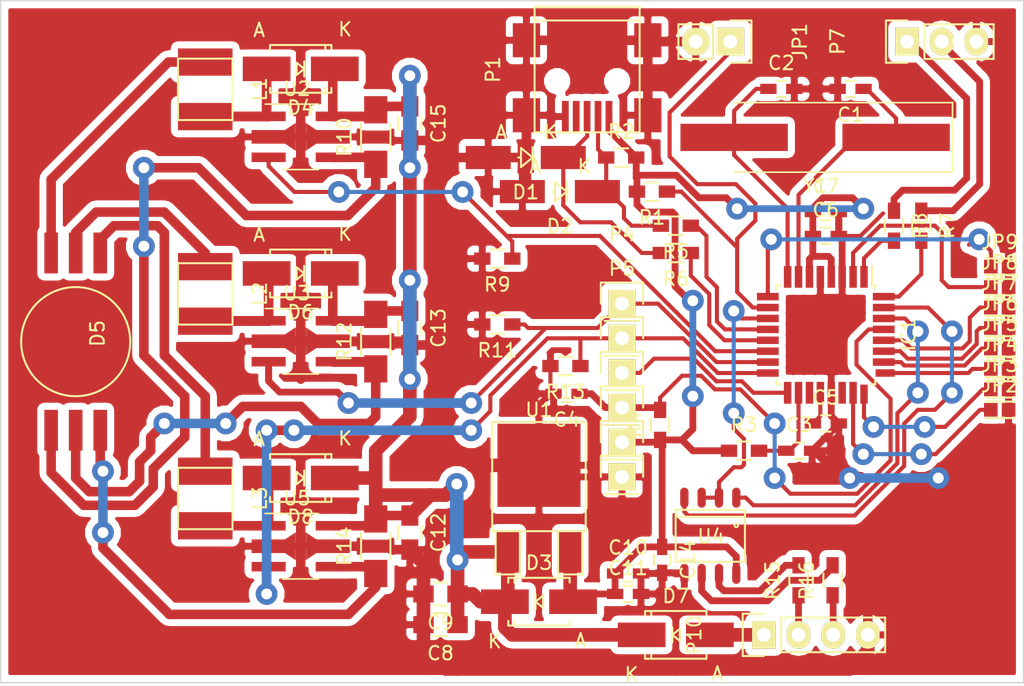
<source format=kicad_pcb>
(kicad_pcb (version 20160815) (host pcbnew "(2017-01-09 revision c2fb336)-makepkg")
  (layers (0 F.Cu signal) (31 B.Cu signal) (34 B.Paste user) (35 F.Paste user) (36 B.SilkS user) (37 F.SilkS user) (38 B.Mask user) (39 F.Mask user) (44 Edge.Cuts user))
  (net 0 "")
  (net 1 GND)
  (net 2 "Net-(C1-Pad1)")
  (net 3 "Net-(C2-Pad1)")
  (net 4 "Net-(C3-Pad1)")
  (net 5 "Net-(C4-Pad1)")
  (net 6 "Net-(C5-Pad1)")
  (net 7 +5V)
  (net 8 VCC)
  (net 9 /LED_R_A)
  (net 10 /LED_G_A)
  (net 11 /LED_B_A)
  (net 12 /LED_B_K)
  (net 13 /LED_G_K)
  (net 14 /LED_R_K)
  (net 15 "Net-(D4-Pad2)")
  (net 16 "Net-(D6-Pad2)")
  (net 17 "Net-(IC1-Pad32)")
  (net 18 /DMX_TX)
  (net 19 /DMX_RX)
  (net 20 "Net-(IC1-Pad28)")
  (net 21 "Net-(IC1-Pad27)")
  (net 22 "Net-(IC1-Pad26)")
  (net 23 "Net-(IC1-Pad25)")
  (net 24 "Net-(IC1-Pad24)")
  (net 25 "Net-(IC1-Pad23)")
  (net 26 "Net-(IC1-Pad17)")
  (net 27 /LED_B)
  (net 28 /LED_G)
  (net 29 /LED_R)
  (net 30 /UDB_+)
  (net 31 /USB_-)
  (net 32 /DMX_DIR)
  (net 33 /Bootloader)
  (net 34 "Net-(IC1-Pad9)")
  (net 35 "Net-(IC1-Pad2)")
  (net 36 "Net-(IC1-Pad1)")
  (net 37 "Net-(P7-Pad2)")
  (net 38 "Net-(P7-Pad1)")
  (net 39 "Net-(P10-Pad3)")
  (net 40 "Net-(P10-Pad2)")
  (net 41 "Net-(D1-Pad1)")
  (net 42 "Net-(D2-Pad1)")
  (net 43 "Net-(D7-Pad2)")
  (net 44 "Net-(D8-Pad2)")
  (net 45 "Net-(R15-Pad2)")
  (net 46 "Net-(R16-Pad2)")
  (module Capacitors_SMD:C_0603_HandSoldering (layer F.Cu) (at 147.32 61.468 180)
    (fp_text reference C1 (at 0 -1.9 180) (layer F.SilkS))
    (fp_text value 22p)
    (pad 2 smd rect (at 0.95 0 180) (size 1.2 0.75) (layers F.Cu F.Paste F.Mask) (net 1 GND))
    (pad 1 smd rect (at -0.95 0 180) (size 1.2 0.75) (layers F.Cu F.Paste F.Mask) (net 2 "Net-(C1-Pad1)"))
  )
  (module Capacitors_SMD:C_0603_HandSoldering (layer F.Cu) (at 142.24 61.468)
    (fp_text reference C2 (at 0 -1.9) (layer F.SilkS))
    (fp_text value 22p)
    (pad 1 smd rect (at -0.95 0) (size 1.2 0.75) (layers F.Cu F.Paste F.Mask) (net 3 "Net-(C2-Pad1)"))
    (pad 2 smd rect (at 0.95 0) (size 1.2 0.75) (layers F.Cu F.Paste F.Mask) (net 1 GND))
  )
  (module Capacitors_SMD:C_0603_HandSoldering (layer F.Cu) (at 143.55 88)
    (fp_text reference C3 (at 0 -1.9) (layer F.SilkS))
    (fp_text value 1u)
    (pad 2 smd rect (at 0.95 0) (size 1.2 0.75) (layers F.Cu F.Paste F.Mask) (net 1 GND))
    (pad 1 smd rect (at -0.95 0) (size 1.2 0.75) (layers F.Cu F.Paste F.Mask) (net 4 "Net-(C3-Pad1)"))
  )
  (module Capacitors_SMD:C_0603_HandSoldering (layer F.Cu) (at 126.492 83.82 180)
    (fp_text reference C4 (at 0 -1.9 180) (layer F.SilkS))
    (fp_text value 100n)
    (pad 2 smd rect (at 0.95 0 180) (size 1.2 0.75) (layers F.Cu F.Paste F.Mask) (net 1 GND))
    (pad 1 smd rect (at -0.95 0 180) (size 1.2 0.75) (layers F.Cu F.Paste F.Mask) (net 5 "Net-(C4-Pad1)"))
  )
  (module Capacitors_SMD:C_0603_HandSoldering (layer F.Cu) (at 145.5 86)
    (fp_text reference C5 (at 0 -1.9) (layer F.SilkS))
    (fp_text value 100n)
    (pad 1 smd rect (at -0.95 0) (size 1.2 0.75) (layers F.Cu F.Paste F.Mask) (net 6 "Net-(C5-Pad1)"))
    (pad 2 smd rect (at 0.95 0) (size 1.2 0.75) (layers F.Cu F.Paste F.Mask) (net 1 GND))
  )
  (module Capacitors_SMD:C_0603_HandSoldering (layer F.Cu) (at 145.5 72.25)
    (fp_text reference C6 (at 0 -1.9) (layer F.SilkS))
    (fp_text value 100n)
    (pad 1 smd rect (at -0.95 0) (size 1.2 0.75) (layers F.Cu F.Paste F.Mask) (net 7 +5V))
    (pad 2 smd rect (at 0.95 0) (size 1.2 0.75) (layers F.Cu F.Paste F.Mask) (net 1 GND))
  )
  (module Capacitors_SMD:C_0603_HandSoldering (layer F.Cu) (at 145.5 70.5)
    (fp_text reference C7 (at 0 -1.9) (layer F.SilkS))
    (fp_text value 100n)
    (pad 2 smd rect (at 0.95 0) (size 1.2 0.75) (layers F.Cu F.Paste F.Mask) (net 1 GND))
    (pad 1 smd rect (at -0.95 0) (size 1.2 0.75) (layers F.Cu F.Paste F.Mask) (net 7 +5V))
  )
  (module Capacitors_SMD:C_0805_HandSoldering (layer F.Cu) (at 117.25 100.75 180)
    (fp_text reference C8 (at 0 -2.1 180) (layer F.SilkS))
    (fp_text value 1u)
    (pad 1 smd rect (at -1.25 0 180) (size 1.5 1.25) (layers F.Cu F.Paste F.Mask) (net 8 VCC))
    (pad 2 smd rect (at 1.25 0 180) (size 1.5 1.25) (layers F.Cu F.Paste F.Mask) (net 1 GND))
  )
  (module Capacitors_SMD:C_0805_HandSoldering (layer F.Cu) (at 117.25 98.5 180)
    (fp_text reference C9 (at 0 -2.1 180) (layer F.SilkS))
    (fp_text value 100n)
    (pad 2 smd rect (at 1.25 0 180) (size 1.5 1.25) (layers F.Cu F.Paste F.Mask) (net 1 GND))
    (pad 1 smd rect (at -1.25 0 180) (size 1.5 1.25) (layers F.Cu F.Paste F.Mask) (net 8 VCC))
  )
  (module Capacitors_SMD:C_0603_HandSoldering (layer F.Cu) (at 131 97)
    (fp_text reference C10 (at 0 -1.9) (layer F.SilkS))
    (fp_text value 100n)
    (pad 2 smd rect (at 0.95 0) (size 1.2 0.75) (layers F.Cu F.Paste F.Mask) (net 1 GND))
    (pad 1 smd rect (at -0.95 0) (size 1.2 0.75) (layers F.Cu F.Paste F.Mask) (net 7 +5V))
  )
  (module Capacitors_SMD:C_0603_HandSoldering (layer F.Cu) (at 131 98.5)
    (fp_text reference C11 (at 0 -1.9) (layer F.SilkS))
    (fp_text value 1u)
    (pad 1 smd rect (at -0.95 0) (size 1.2 0.75) (layers F.Cu F.Paste F.Mask) (net 7 +5V))
    (pad 2 smd rect (at 0.95 0) (size 1.2 0.75) (layers F.Cu F.Paste F.Mask) (net 1 GND))
  )
  (module Capacitors_SMD:C_0805_HandSoldering (layer F.Cu) (at 115 94 270)
    (fp_text reference C12 (at 0 -2.1 270) (layer F.SilkS))
    (fp_text value 100n)
    (pad 2 smd rect (at 1.25 0 270) (size 1.5 1.25) (layers F.Cu F.Paste F.Mask) (net 1 GND))
    (pad 1 smd rect (at -1.25 0 270) (size 1.5 1.25) (layers F.Cu F.Paste F.Mask) (net 8 VCC))
  )
  (module Capacitors_SMD:C_0805_HandSoldering (layer F.Cu) (at 115 79 270)
    (fp_text reference C13 (at 0 -2.1 270) (layer F.SilkS))
    (fp_text value 100n)
    (pad 1 smd rect (at -1.25 0 270) (size 1.5 1.25) (layers F.Cu F.Paste F.Mask) (net 8 VCC))
    (pad 2 smd rect (at 1.25 0 270) (size 1.5 1.25) (layers F.Cu F.Paste F.Mask) (net 1 GND))
  )
  (module Capacitors_SMD:C_0805_HandSoldering (layer F.Cu) (at 115 64 270)
    (fp_text reference C15 (at 0 -2.1 270) (layer F.SilkS))
    (fp_text value 100n)
    (pad 2 smd rect (at 1.25 0 270) (size 1.5 1.25) (layers F.Cu F.Paste F.Mask) (net 1 GND))
    (pad 1 smd rect (at -1.25 0 270) (size 1.5 1.25) (layers F.Cu F.Paste F.Mask) (net 8 VCC))
  )
  (module Capacitors_SMD:C_0603_HandSoldering (layer F.Cu) (at 133.5 96 270)
    (fp_text reference C14 (at 0 -1.9 270) (layer F.SilkS))
    (fp_text value 100n)
    (pad 1 smd rect (at -0.95 0 270) (size 1.2 0.75) (layers F.Cu F.Paste F.Mask) (net 7 +5V))
    (pad 2 smd rect (at 0.95 0 270) (size 1.2 0.75) (layers F.Cu F.Paste F.Mask) (net 1 GND))
  )
  (module Diodes_SMD:SMA_Handsoldering (layer F.Cu) (at 124.469287 99.068757)
    (fp_text reference D3 (at 0 -2.85) (layer F.SilkS))
    (fp_text value SS310)
    (fp_text user K (at -3.25 2.9) (layer F.SilkS))
    (fp_text user A (at 3.05 2.85) (layer F.SilkS))
    (pad 1 smd rect (at -2.49936 0) (size 3.50012 1.80086) (layers F.Cu F.Paste F.Mask) (net 8 VCC))
    (pad 2 smd rect (at 2.49936 0) (size 3.50012 1.80086) (layers F.Cu F.Paste F.Mask) (net 7 +5V))
  )
  (module Diodes_SMD:SMA_Handsoldering (layer F.Cu) (at 107 60 180)
    (fp_text reference D4 (at 0 -2.85 180) (layer F.SilkS))
    (fp_text value SS310)
    (fp_text user A (at 3.05 2.85 180) (layer F.SilkS))
    (fp_text user K (at -3.25 2.9 180) (layer F.SilkS))
    (pad 2 smd rect (at 2.49936 0 180) (size 3.50012 1.80086) (layers F.Cu F.Paste F.Mask) (net 15 "Net-(D4-Pad2)"))
    (pad 1 smd rect (at -2.49936 0 180) (size 3.50012 1.80086) (layers F.Cu F.Paste F.Mask) (net 8 VCC))
  )
  (module Diodes_SMD:SMA_Handsoldering (layer F.Cu) (at 107 75 180)
    (fp_text reference D6 (at 0 -2.85 180) (layer F.SilkS))
    (fp_text value SS310)
    (fp_text user A (at 3.05 2.85 180) (layer F.SilkS))
    (fp_text user K (at -3.25 2.9 180) (layer F.SilkS))
    (pad 2 smd rect (at 2.49936 0 180) (size 3.50012 1.80086) (layers F.Cu F.Paste F.Mask) (net 16 "Net-(D6-Pad2)"))
    (pad 1 smd rect (at -2.49936 0 180) (size 3.50012 1.80086) (layers F.Cu F.Paste F.Mask) (net 8 VCC))
  )
  (module Diodes_SMD:SMA_Handsoldering (layer F.Cu) (at 134.5 101.5)
    (fp_text reference D7 (at 0 -2.85) (layer F.SilkS))
    (fp_text value SS310)
    (fp_text user A (at 3.05 2.85) (layer F.SilkS))
    (fp_text user K (at -3.25 2.9) (layer F.SilkS))
    (pad 2 smd rect (at 2.49936 0) (size 3.50012 1.80086) (layers F.Cu F.Paste F.Mask) (net 43 "Net-(D7-Pad2)"))
    (pad 1 smd rect (at -2.49936 0) (size 3.50012 1.80086) (layers F.Cu F.Paste F.Mask) (net 8 VCC))
  )
  (module Diodes_SMD:SMA_Handsoldering (layer F.Cu) (at 107 90 180)
    (fp_text reference D8 (at 0 -2.85 180) (layer F.SilkS))
    (fp_text value SS310)
    (fp_text user K (at -3.25 2.9 180) (layer F.SilkS))
    (fp_text user A (at 3.05 2.85 180) (layer F.SilkS))
    (pad 1 smd rect (at -2.49936 0 180) (size 3.50012 1.80086) (layers F.Cu F.Paste F.Mask) (net 8 VCC))
    (pad 2 smd rect (at 2.49936 0 180) (size 3.50012 1.80086) (layers F.Cu F.Paste F.Mask) (net 44 "Net-(D8-Pad2)"))
  )
  (module Diodes_SMD:MiniMELF_Handsoldering (layer F.Cu) (at 123.5 66.5 180)
    (fp_text reference D1 (at 0 -2.54 180) (layer F.SilkS))
    (fp_text value 3V3)
    (fp_text user K (at -1.8 1.85 180) (layer F.SilkS))
    (fp_text user A (at 1.8 1.85 180) (layer F.SilkS))
    (pad 1 smd rect (at -2.75082 0 180) (size 3.29946 1.69926) (layers F.Cu F.Paste F.Mask) (net 41 "Net-(D1-Pad1)"))
    (pad 2 smd rect (at 2.75082 0 180) (size 3.29946 1.69926) (layers F.Cu F.Paste F.Mask) (net 1 GND))
  )
  (module Diodes_SMD:MiniMELF_Handsoldering (layer F.Cu) (at 126 69 180)
    (fp_text reference D2 (at 0 -2.54 180) (layer F.SilkS))
    (fp_text value 3V3)
    (fp_text user A (at 1.8 1.85 180) (layer F.SilkS))
    (fp_text user K (at -1.8 1.85 180) (layer F.SilkS))
    (pad 2 smd rect (at 2.75082 0 180) (size 3.29946 1.69926) (layers F.Cu F.Paste F.Mask) (net 1 GND))
    (pad 1 smd rect (at -2.75082 0 180) (size 3.29946 1.69926) (layers F.Cu F.Paste F.Mask) (net 42 "Net-(D2-Pad1)"))
  )
  (module Housings_QFP:TQFP-32_7x7mm_Pitch0.8mm (layer F.Cu) (at 145.5 79.5 270)
    (fp_text reference IC1 (at 0 -6.05 270) (layer F.SilkS))
    (fp_text value ATMEGA8-AI)
    (pad 32 smd rect (at -2.8 -4.25) (size 1.6 0.55) (layers F.Cu F.Paste F.Mask) (net 17 "Net-(IC1-Pad32)"))
    (pad 31 smd rect (at -2 -4.25) (size 1.6 0.55) (layers F.Cu F.Paste F.Mask) (net 18 /DMX_TX))
    (pad 30 smd rect (at -1.2 -4.25) (size 1.6 0.55) (layers F.Cu F.Paste F.Mask) (net 19 /DMX_RX))
    (pad 29 smd rect (at -0.4 -4.25) (size 1.6 0.55) (layers F.Cu F.Paste F.Mask) (net 5 "Net-(C4-Pad1)"))
    (pad 28 smd rect (at 0.4 -4.25) (size 1.6 0.55) (layers F.Cu F.Paste F.Mask) (net 20 "Net-(IC1-Pad28)"))
    (pad 27 smd rect (at 1.2 -4.25) (size 1.6 0.55) (layers F.Cu F.Paste F.Mask) (net 21 "Net-(IC1-Pad27)"))
    (pad 26 smd rect (at 2 -4.25) (size 1.6 0.55) (layers F.Cu F.Paste F.Mask) (net 22 "Net-(IC1-Pad26)"))
    (pad 25 smd rect (at 2.8 -4.25) (size 1.4 0.55) (drill (offset 0.1 0)) (layers F.Cu F.Paste F.Mask) (net 23 "Net-(IC1-Pad25)"))
    (pad 24 smd rect (at 4.25 -2.8 270) (size 1.4 0.55) (drill (offset 0.1 0)) (layers F.Cu F.Paste F.Mask) (net 24 "Net-(IC1-Pad24)"))
    (pad 23 smd rect (at 4.25 -2 270) (size 1.6 0.55) (layers F.Cu F.Paste F.Mask) (net 25 "Net-(IC1-Pad23)"))
    (pad 22 smd rect (at 4.25 -1.2 270) (size 1.6 0.55) (layers F.Cu F.Paste F.Mask))
    (pad 21 smd rect (at 4.25 -0.4 270) (size 1.6 0.55) (layers F.Cu F.Paste F.Mask) (net 1 GND))
    (pad 20 smd rect (at 4.25 0.4 270) (size 1.6 0.55) (layers F.Cu F.Paste F.Mask) (net 6 "Net-(C5-Pad1)"))
    (pad 19 smd rect (at 4.25 1.2 270) (size 1.6 0.55) (layers F.Cu F.Paste F.Mask))
    (pad 18 smd rect (at 4.25 2 270) (size 1.6 0.55) (layers F.Cu F.Paste F.Mask) (net 4 "Net-(C3-Pad1)"))
    (pad 17 smd rect (at 4.25 2.8 270) (size 1.6 0.55) (layers F.Cu F.Paste F.Mask) (net 26 "Net-(IC1-Pad17)"))
    (pad 16 smd rect (at 2.8 4.25) (size 1.6 0.55) (layers F.Cu F.Paste F.Mask) (net 27 /LED_B))
    (pad 15 smd rect (at 2 4.25) (size 1.6 0.55) (layers F.Cu F.Paste F.Mask) (net 28 /LED_G))
    (pad 14 smd rect (at 1.2 4.25) (size 1.6 0.55) (layers F.Cu F.Paste F.Mask) (net 29 /LED_R))
    (pad 13 smd rect (at 0.4 4.25) (size 1.6 0.55) (layers F.Cu F.Paste F.Mask) (net 30 /UDB_+))
    (pad 12 smd rect (at -0.4 4.25) (size 1.6 0.55) (layers F.Cu F.Paste F.Mask) (net 31 /USB_-))
    (pad 11 smd rect (at -1.2 4.25) (size 1.6 0.55) (layers F.Cu F.Paste F.Mask) (net 32 /DMX_DIR))
    (pad 10 smd rect (at -2 4.25) (size 1.6 0.55) (layers F.Cu F.Paste F.Mask) (net 33 /Bootloader))
    (pad 9 smd rect (at -2.8 4.25) (size 1.6 0.55) (layers F.Cu F.Paste F.Mask) (net 34 "Net-(IC1-Pad9)"))
    (pad 8 smd rect (at -4.25 2.8 270) (size 1.6 0.55) (layers F.Cu F.Paste F.Mask) (net 3 "Net-(C2-Pad1)"))
    (pad 7 smd rect (at -4.25 2 270) (size 1.6 0.55) (layers F.Cu F.Paste F.Mask) (net 2 "Net-(C1-Pad1)"))
    (pad 6 smd rect (at -4.25 1.2 270) (size 1.6 0.55) (layers F.Cu F.Paste F.Mask) (net 7 +5V))
    (pad 5 smd rect (at -4.25 0.4 270) (size 1.6 0.55) (layers F.Cu F.Paste F.Mask) (net 1 GND))
    (pad 4 smd rect (at -4.25 -0.4 270) (size 1.6 0.55) (layers F.Cu F.Paste F.Mask) (net 7 +5V))
    (pad 3 smd rect (at -4.25 -1.2 270) (size 1.6 0.55) (layers F.Cu F.Paste F.Mask) (net 1 GND))
    (pad 2 smd rect (at -4.25 -2 270) (size 1.6 0.55) (layers F.Cu F.Paste F.Mask) (net 35 "Net-(IC1-Pad2)"))
    (pad 1 smd rect (at -4.25 -2.8 270) (size 1.6 0.55) (layers F.Cu F.Paste F.Mask) (net 36 "Net-(IC1-Pad1)"))
  )
  (module Pin_Headers:Pin_Header_Straight_1x02 (layer F.Cu) (at 138.5 58 270)
    (fp_text reference JP1 (at 0 -5.1 270) (layer F.SilkS))
    (fp_text value Bootloader)
    (pad 2 thru_hole oval (at 0 2.54 270) (size 2.032 2.032) (drill 1.016) (layers *.Cu *.Mask F.SilkS) (net 1 GND))
    (pad 1 thru_hole rect (at 0 0 270) (size 2.032 2.032) (drill 1.016) (layers *.Cu *.Mask F.SilkS) (net 33 /Bootloader))
  )
  (module Connectors:USB_Mini-B (layer F.Cu) (at 128 60.05068 270)
    (fp_text reference P1 (at 0 6.90118 270) (layer F.SilkS))
    (fp_text value USB_OTG)
    (pad "" np_thru_hole circle (at 0.8509 2.19964 270) (size 0.89916 0.89916) (drill 0.89916) (layers *.Cu *.Mask F.SilkS))
    (pad "" np_thru_hole circle (at 0.8509 -2.19964 270) (size 0.89916 0.89916) (drill 0.89916) (layers *.Cu *.Mask F.SilkS))
    (pad 6 smd rect (at -2.14884 4.45008 270) (size 2.49936 1.99898) (layers F.Cu F.Paste F.Mask) (net 1 GND))
    (pad 6 smd rect (at 3.35026 4.45008 270) (size 2.49936 1.99898) (layers F.Cu F.Paste F.Mask) (net 1 GND))
    (pad 6 smd rect (at -2.14884 -4.45008 270) (size 2.49936 1.99898) (layers F.Cu F.Paste F.Mask) (net 1 GND))
    (pad 6 smd rect (at 3.35026 -4.45008 270) (size 2.49936 1.99898) (layers F.Cu F.Paste F.Mask) (net 1 GND))
    (pad 5 smd rect (at 3.44932 1.6002 270) (size 2.30124 0.50038) (layers F.Cu F.Paste F.Mask) (net 1 GND))
    (pad 4 smd rect (at 3.44932 0.8001 270) (size 2.30124 0.50038) (layers F.Cu F.Paste F.Mask))
    (pad 3 smd rect (at 3.44932 0 270) (size 2.30124 0.50038) (layers F.Cu F.Paste F.Mask) (net 41 "Net-(D1-Pad1)"))
    (pad 2 smd rect (at 3.44932 -0.8001 270) (size 2.30124 0.50038) (layers F.Cu F.Paste F.Mask) (net 42 "Net-(D2-Pad1)"))
    (pad 1 smd rect (at 3.44932 -1.6002 270) (size 2.30124 0.50038) (layers F.Cu F.Paste F.Mask) (net 7 +5V))
  )
  (module Pin_Headers:Pin_Header_Straight_1x01 (layer F.Cu) (at 130.556 84.836)
    (fp_text reference P2 (at 0 -5.1) (layer F.SilkS))
    (fp_text value RESET)
    (pad 1 thru_hole rect (at 0 0) (size 2 2) (drill 1.016) (layers *.Cu *.Mask F.SilkS) (net 5 "Net-(C4-Pad1)"))
  )
  (module Pin_Headers:Pin_Header_Straight_1x01 (layer F.Cu) (at 130.556 77.216)
    (fp_text reference P4 (at 0 -5.1) (layer F.SilkS))
    (fp_text value MOSI)
    (pad 1 thru_hole rect (at 0 0) (size 2 2) (drill 1.016) (layers *.Cu *.Mask F.SilkS) (net 28 /LED_G))
  )
  (module Pin_Headers:Pin_Header_Straight_1x01 (layer F.Cu) (at 130.556 79.756)
    (fp_text reference P5 (at 0 -5.1) (layer F.SilkS))
    (fp_text value MISO)
    (pad 1 thru_hole rect (at 0 0) (size 2 2) (drill 1.016) (layers *.Cu *.Mask F.SilkS) (net 27 /LED_B))
  )
  (module Pin_Headers:Pin_Header_Straight_1x01 (layer F.Cu) (at 130.556 82.296)
    (fp_text reference P6 (at 0 -5.1) (layer F.SilkS))
    (fp_text value SCK)
    (pad 1 thru_hole rect (at 0 0) (size 2 2) (drill 1.016) (layers *.Cu *.Mask F.SilkS) (net 26 "Net-(IC1-Pad17)"))
  )
  (module Pin_Headers:Pin_Header_Straight_1x03 (layer F.Cu) (at 151.46 58 90)
    (fp_text reference P7 (at 0 -5.1 90) (layer F.SilkS))
    (fp_text value CONN_01X03)
    (pad 3 thru_hole oval (at 0 5.08 90) (size 2.032 1.7272) (drill 1.016) (layers *.Cu *.Mask F.SilkS) (net 1 GND))
    (pad 2 thru_hole oval (at 0 2.54 90) (size 2.032 1.7272) (drill 1.016) (layers *.Cu *.Mask F.SilkS) (net 37 "Net-(P7-Pad2)"))
    (pad 1 thru_hole rect (at 0 0 90) (size 2.032 1.7272) (drill 1.016) (layers *.Cu *.Mask F.SilkS) (net 38 "Net-(P7-Pad1)"))
  )
  (module Pin_Headers:Pin_Header_Straight_1x01 (layer F.Cu) (at 130.556 87.376)
    (fp_text reference P8 (at 0 -5.1) (layer F.SilkS))
    (fp_text value 5V)
    (pad 1 thru_hole rect (at 0 0) (size 2 2) (drill 1.016) (layers *.Cu *.Mask F.SilkS) (net 7 +5V))
  )
  (module Pin_Headers:Pin_Header_Straight_1x01 (layer F.Cu) (at 130.556 89.916)
    (fp_text reference P9 (at 0 -5.1) (layer F.SilkS))
    (fp_text value GND)
    (pad 1 thru_hole rect (at 0 0) (size 2 2) (drill 1.016) (layers *.Cu *.Mask F.SilkS) (net 1 GND))
  )
  (module Pin_Headers:Pin_Header_Straight_1x04 (layer F.Cu) (at 140.96 101.5 90)
    (fp_text reference P10 (at 0 -5.1 90) (layer F.SilkS))
    (fp_text value CONN_01X04)
    (pad 4 thru_hole oval (at 0 7.62 90) (size 2.032 1.7272) (drill 1.016) (layers *.Cu *.Mask F.SilkS) (net 1 GND))
    (pad 3 thru_hole oval (at 0 5.08 90) (size 2.032 1.7272) (drill 1.016) (layers *.Cu *.Mask F.SilkS) (net 39 "Net-(P10-Pad3)"))
    (pad 2 thru_hole oval (at 0 2.54 90) (size 2.032 1.7272) (drill 1.016) (layers *.Cu *.Mask F.SilkS) (net 40 "Net-(P10-Pad2)"))
    (pad 1 thru_hole rect (at 0 0 90) (size 2.032 1.7272) (drill 1.016) (layers *.Cu *.Mask F.SilkS) (net 43 "Net-(D7-Pad2)"))
  )
  (module Resistors_SMD:R_0603_HandSoldering (layer F.Cu) (at 132.75 69 180)
    (fp_text reference R1 (at 0 -1.9 180) (layer F.SilkS))
    (fp_text value 10k)
    (pad 2 smd rect (at 1.1 0 180) (size 1.2 0.9) (layers F.Cu F.Paste F.Mask) (net 7 +5V))
    (pad 1 smd rect (at -1.1 0 180) (size 1.2 0.9) (layers F.Cu F.Paste F.Mask) (net 33 /Bootloader))
  )
  (module Resistors_SMD:R_0603_HandSoldering (layer F.Cu) (at 130.5 66.5)
    (fp_text reference R2 (at 0 -1.9) (layer F.SilkS))
    (fp_text value 2k2)
    (pad 1 smd rect (at -1.1 0) (size 1.2 0.9) (layers F.Cu F.Paste F.Mask) (net 42 "Net-(D2-Pad1)"))
    (pad 2 smd rect (at 1.1 0) (size 1.2 0.9) (layers F.Cu F.Paste F.Mask) (net 7 +5V))
  )
  (module Resistors_SMD:R_0603_HandSoldering (layer F.Cu) (at 139.5 88)
    (fp_text reference R3 (at 0 -1.9) (layer F.SilkS))
    (fp_text value 10)
    (pad 1 smd rect (at -1.1 0) (size 1.2 0.9) (layers F.Cu F.Paste F.Mask) (net 7 +5V))
    (pad 2 smd rect (at 1.1 0) (size 1.2 0.9) (layers F.Cu F.Paste F.Mask) (net 4 "Net-(C3-Pad1)"))
  )
  (module Resistors_SMD:R_0603_HandSoldering (layer F.Cu) (at 133.35 86.106 90)
    (fp_text reference R4 (at 0 -1.9 90) (layer F.SilkS))
    (fp_text value 10k)
    (pad 2 smd rect (at 1.1 0 90) (size 1.2 0.9) (layers F.Cu F.Paste F.Mask) (net 5 "Net-(C4-Pad1)"))
    (pad 1 smd rect (at -1.1 0 90) (size 1.2 0.9) (layers F.Cu F.Paste F.Mask) (net 7 +5V))
  )
  (module Resistors_SMD:R_0603_HandSoldering (layer F.Cu) (at 134.5 71.5 180)
    (fp_text reference R5 (at 0 -1.9 180) (layer F.SilkS))
    (fp_text value 39)
    (pad 1 smd rect (at -1.1 0 180) (size 1.2 0.9) (layers F.Cu F.Paste F.Mask) (net 31 /USB_-))
    (pad 2 smd rect (at 1.1 0 180) (size 1.2 0.9) (layers F.Cu F.Paste F.Mask) (net 42 "Net-(D2-Pad1)"))
  )
  (module Resistors_SMD:R_0603_HandSoldering (layer F.Cu) (at 134.5 73.5 180)
    (fp_text reference R6 (at 0 -1.9 180) (layer F.SilkS))
    (fp_text value 39)
    (pad 2 smd rect (at 1.1 0 180) (size 1.2 0.9) (layers F.Cu F.Paste F.Mask) (net 41 "Net-(D1-Pad1)"))
    (pad 1 smd rect (at -1.1 0 180) (size 1.2 0.9) (layers F.Cu F.Paste F.Mask) (net 30 /UDB_+))
  )
  (module Resistors_SMD:R_0603_HandSoldering (layer F.Cu) (at 152.5 71.5 270)
    (fp_text reference R7 (at 0 -1.9 270) (layer F.SilkS))
    (fp_text value 10)
    (pad 2 smd rect (at 1.1 0 270) (size 1.2 0.9) (layers F.Cu F.Paste F.Mask) (net 17 "Net-(IC1-Pad32)"))
    (pad 1 smd rect (at -1.1 0 270) (size 1.2 0.9) (layers F.Cu F.Paste F.Mask) (net 37 "Net-(P7-Pad2)"))
  )
  (module Resistors_SMD:R_0603_HandSoldering (layer F.Cu) (at 150.5 71.5 270)
    (fp_text reference R8 (at 0 -1.9 270) (layer F.SilkS))
    (fp_text value 10)
    (pad 2 smd rect (at 1.1 0 270) (size 1.2 0.9) (layers F.Cu F.Paste F.Mask) (net 36 "Net-(IC1-Pad1)"))
    (pad 1 smd rect (at -1.1 0 270) (size 1.2 0.9) (layers F.Cu F.Paste F.Mask) (net 38 "Net-(P7-Pad1)"))
  )
  (module Resistors_SMD:R_1206_HandSoldering (layer F.Cu) (at 112.5 65 90)
    (fp_text reference R10 (at 0 -2.3 90) (layer F.SilkS))
    (fp_text value 0.33)
    (pad 2 smd rect (at 2 0 90) (size 2 1.7) (layers F.Cu F.Paste F.Mask) (net 8 VCC))
    (pad 1 smd rect (at -2 0 90) (size 2 1.7) (layers F.Cu F.Paste F.Mask) (net 9 /LED_R_A))
  )
  (module Resistors_SMD:R_1206_HandSoldering (layer F.Cu) (at 112.5 80 90)
    (fp_text reference R12 (at 0 -2.3 90) (layer F.SilkS))
    (fp_text value 0.33)
    (pad 1 smd rect (at -2 0 90) (size 2 1.7) (layers F.Cu F.Paste F.Mask) (net 10 /LED_G_A))
    (pad 2 smd rect (at 2 0 90) (size 2 1.7) (layers F.Cu F.Paste F.Mask) (net 8 VCC))
  )
  (module Resistors_SMD:R_1206_HandSoldering (layer F.Cu) (at 112.5 95 90)
    (fp_text reference R14 (at 0 -2.3 90) (layer F.SilkS))
    (fp_text value 0.33)
    (pad 1 smd rect (at -2 0 90) (size 2 1.7) (layers F.Cu F.Paste F.Mask) (net 11 /LED_B_A))
    (pad 2 smd rect (at 2 0 90) (size 2 1.7) (layers F.Cu F.Paste F.Mask) (net 8 VCC))
  )
  (module Resistors_SMD:R_0603_HandSoldering (layer F.Cu) (at 143.5 97.5 90)
    (fp_text reference R15 (at 0 -1.9 90) (layer F.SilkS))
    (fp_text value 10)
    (pad 1 smd rect (at -1.1 0 90) (size 1.2 0.9) (layers F.Cu F.Paste F.Mask) (net 40 "Net-(P10-Pad2)"))
    (pad 2 smd rect (at 1.1 0 90) (size 1.2 0.9) (layers F.Cu F.Paste F.Mask) (net 45 "Net-(R15-Pad2)"))
  )
  (module Resistors_SMD:R_0603_HandSoldering (layer F.Cu) (at 146 97.5 90)
    (fp_text reference R16 (at 0 -1.9 90) (layer F.SilkS))
    (fp_text value 10)
    (pad 1 smd rect (at -1.1 0 90) (size 1.2 0.9) (layers F.Cu F.Paste F.Mask) (net 39 "Net-(P10-Pad3)"))
    (pad 2 smd rect (at 1.1 0 90) (size 1.2 0.9) (layers F.Cu F.Paste F.Mask) (net 46 "Net-(R16-Pad2)"))
  )
  (module TO_SOT_Packages_SMD:TO-252-2Lead (layer F.Cu) (at 124.469287 95.418757)
    (fp_text reference U1 (at 0 -10.414) (layer F.SilkS))
    (fp_text value MC78M05CDT)
    (pad 3 smd rect (at 2.286 0) (size 1.651 3.048) (layers F.Cu F.Paste F.Mask) (net 7 +5V))
    (pad 2 smd rect (at 0 -6.35) (size 6.096 6.096) (layers F.Cu F.Paste F.Mask) (net 1 GND))
    (pad 1 smd rect (at -2.286 0) (size 1.651 3.048) (layers F.Cu F.Paste F.Mask) (net 8 VCC))
  )
  (module proz_led:LED_SMD_RGB_3W (layer F.Cu) (at 90.5 80 90)
    (fp_text reference D5 (at 0.6 1.6 90) (layer F.SilkS))
    (fp_text value LED_RGB)
    (pad 6 smd rect (at -6.5 -1.8 90) (size 3 1) (layers F.Cu F.Paste F.Mask) (net 9 /LED_R_A))
    (pad 5 smd rect (at -6.5 0 90) (size 3 1) (layers F.Cu F.Paste F.Mask) (net 10 /LED_G_A))
    (pad 4 smd rect (at -6.5 1.8 90) (size 3 1) (layers F.Cu F.Paste F.Mask) (net 11 /LED_B_A))
    (pad 3 smd rect (at 6.5 1.8 90) (size 3 1) (layers F.Cu F.Paste F.Mask) (net 12 /LED_B_K))
    (pad 2 smd rect (at 6.5 0 90) (size 3 1) (layers F.Cu F.Paste F.Mask) (net 13 /LED_G_K))
    (pad 1 smd rect (at 6.5 -1.8 90) (size 3 1) (layers F.Cu F.Paste F.Mask) (net 14 /LED_R_K))
  )
  (module proz_jumper:solderjumper (layer F.Cu) (at 158.25 85 180)
    (fp_text reference JP2 (at 0 1.8 180) (layer F.SilkS))
    (fp_text value DMX_ADR_0)
    (pad 1 smd rect (at -0.65 0 180) (size 1 1) (layers F.Cu F.Mask) (net 1 GND))
    (pad 2 smd rect (at 0.65 0 180) (size 1 1) (layers F.Cu F.Mask) (net 25 "Net-(IC1-Pad23)"))
  )
  (module proz_jumper:solderjumper (layer F.Cu) (at 158.25 83.5 180)
    (fp_text reference JP3 (at 0 1.8 180) (layer F.SilkS))
    (fp_text value DMX_ADR_1)
    (pad 2 smd rect (at 0.65 0 180) (size 1 1) (layers F.Cu F.Mask) (net 24 "Net-(IC1-Pad24)"))
    (pad 1 smd rect (at -0.65 0 180) (size 1 1) (layers F.Cu F.Mask) (net 1 GND))
  )
  (module proz_jumper:solderjumper (layer F.Cu) (at 158.25 82 180)
    (fp_text reference JP4 (at 0 1.8 180) (layer F.SilkS))
    (fp_text value DMX_ADR_2)
    (pad 1 smd rect (at -0.65 0 180) (size 1 1) (layers F.Cu F.Mask) (net 1 GND))
    (pad 2 smd rect (at 0.65 0 180) (size 1 1) (layers F.Cu F.Mask) (net 23 "Net-(IC1-Pad25)"))
  )
  (module proz_jumper:solderjumper (layer F.Cu) (at 158.25 80.5 180)
    (fp_text reference JP5 (at 0 1.8 180) (layer F.SilkS))
    (fp_text value DMX_ADR_3)
    (pad 2 smd rect (at 0.65 0 180) (size 1 1) (layers F.Cu F.Mask) (net 22 "Net-(IC1-Pad26)"))
    (pad 1 smd rect (at -0.65 0 180) (size 1 1) (layers F.Cu F.Mask) (net 1 GND))
  )
  (module proz_jumper:solderjumper (layer F.Cu) (at 158.25 79 180)
    (fp_text reference JP6 (at 0 1.8 180) (layer F.SilkS))
    (fp_text value DMX_ADR_4)
    (pad 1 smd rect (at -0.65 0 180) (size 1 1) (layers F.Cu F.Mask) (net 1 GND))
    (pad 2 smd rect (at 0.65 0 180) (size 1 1) (layers F.Cu F.Mask) (net 21 "Net-(IC1-Pad27)"))
  )
  (module proz_jumper:solderjumper (layer F.Cu) (at 158.25 77.5 180)
    (fp_text reference JP7 (at 0 1.8 180) (layer F.SilkS))
    (fp_text value DMX_ADR_5)
    (pad 2 smd rect (at 0.65 0 180) (size 1 1) (layers F.Cu F.Mask) (net 20 "Net-(IC1-Pad28)"))
    (pad 1 smd rect (at -0.65 0 180) (size 1 1) (layers F.Cu F.Mask) (net 1 GND))
  )
  (module proz_jumper:solderjumper (layer F.Cu) (at 158.25 76 180)
    (fp_text reference JP8 (at 0 1.8 180) (layer F.SilkS))
    (fp_text value DMX_ADR_6)
    (pad 2 smd rect (at 0.65 0 180) (size 1 1) (layers F.Cu F.Mask) (net 35 "Net-(IC1-Pad2)"))
    (pad 1 smd rect (at -0.65 0 180) (size 1 1) (layers F.Cu F.Mask) (net 1 GND))
  )
  (module proz_jumper:solderjumper (layer F.Cu) (at 158.25 74.5 180)
    (fp_text reference JP9 (at 0 1.8 180) (layer F.SilkS))
    (fp_text value DMX_ADR_7)
    (pad 1 smd rect (at -0.65 0 180) (size 1 1) (layers F.Cu F.Mask) (net 1 GND))
    (pad 2 smd rect (at 0.65 0 180) (size 1 1) (layers F.Cu F.Mask) (net 34 "Net-(IC1-Pad9)"))
  )
  (module proz_choke:Choke_SMD_4.5x4x3.2 (layer F.Cu) (at 100 61.5 270)
    (fp_text reference L1 (at 0 -4 270) (layer F.SilkS))
    (fp_text value 68u)
    (pad 2 smd rect (at 2 0 270) (size 2 4) (layers F.Cu F.Mask) (net 15 "Net-(D4-Pad2)"))
    (pad 1 smd rect (at -2 0 270) (size 2 4) (layers F.Cu F.Mask) (net 14 /LED_R_K))
  )
  (module proz_choke:Choke_SMD_4.5x4x3.2 (layer F.Cu) (at 100 76.5 270)
    (fp_text reference L2 (at 0 -4 270) (layer F.SilkS))
    (fp_text value 68u)
    (pad 2 smd rect (at 2 0 270) (size 2 4) (layers F.Cu F.Mask) (net 16 "Net-(D6-Pad2)"))
    (pad 1 smd rect (at -2 0 270) (size 2 4) (layers F.Cu F.Mask) (net 13 /LED_G_K))
  )
  (module proz_choke:Choke_SMD_4.5x4x3.2 (layer F.Cu) (at 100 91.5 270)
    (fp_text reference L3 (at 0 -4 270) (layer F.SilkS))
    (fp_text value 68u)
    (pad 1 smd rect (at -2 0 270) (size 2 4) (layers F.Cu F.Mask) (net 12 /LED_B_K))
    (pad 2 smd rect (at 2 0 270) (size 2 4) (layers F.Cu F.Mask) (net 44 "Net-(D8-Pad2)"))
  )
  (module Resistors_SMD:R_0603_HandSoldering (layer F.Cu) (at 121.412 73.914 180)
    (fp_text reference R9 (at 0 -1.9 180) (layer F.SilkS))
    (fp_text value 10k)
    (pad 2 smd rect (at 1.1 0 180) (size 1.2 0.9) (layers F.Cu F.Paste F.Mask) (net 1 GND))
    (pad 1 smd rect (at -1.1 0 180) (size 1.2 0.9) (layers F.Cu F.Paste F.Mask) (net 29 /LED_R))
  )
  (module Resistors_SMD:R_0603_HandSoldering (layer F.Cu) (at 121.412 78.74 180)
    (fp_text reference R11 (at 0 -1.9 180) (layer F.SilkS))
    (fp_text value 10k)
    (pad 1 smd rect (at -1.1 0 180) (size 1.2 0.9) (layers F.Cu F.Paste F.Mask) (net 28 /LED_G))
    (pad 2 smd rect (at 1.1 0 180) (size 1.2 0.9) (layers F.Cu F.Paste F.Mask) (net 1 GND))
  )
  (module Resistors_SMD:R_0603_HandSoldering (layer F.Cu) (at 126.408 81.788 180)
    (fp_text reference R13 (at 0 -1.9 180) (layer F.SilkS))
    (fp_text value 10k)
    (pad 2 smd rect (at 1.1 0 180) (size 1.2 0.9) (layers F.Cu F.Paste F.Mask) (net 1 GND))
    (pad 1 smd rect (at -1.1 0 180) (size 1.2 0.9) (layers F.Cu F.Paste F.Mask) (net 27 /LED_B))
  )
  (module TO_SOT_Packages_SMD:SOT89-5_Housing_Handsoldering (layer F.Cu) (at 106.998 64.9845)
    (fp_text reference U2 (at -0.28 -3.52) (layer F.SilkS))
    (fp_text value PT4115)
    (pad 2 smd trapezoid (at 0.78 0 270) (size 1.5 0.75) (rect_delta 0 0.5) (layers F.Cu F.Paste F.Mask) (net 1 GND))
    (pad 5 smd rect (at 2.35 -1.5 270) (size 0.7 2.5) (layers F.Cu F.Paste F.Mask) (net 8 VCC))
    (pad 4 smd rect (at 2.35 1.5 270) (size 0.7 2.5) (layers F.Cu F.Paste F.Mask) (net 9 /LED_R_A))
    (pad 1 smd rect (at -2.35 -1.5 270) (size 0.7 2.5) (layers F.Cu F.Paste F.Mask) (net 15 "Net-(D4-Pad2)"))
    (pad 2 smd rect (at -2.35 0 270) (size 1 2.5) (layers F.Cu F.Paste F.Mask) (net 1 GND))
    (pad 3 smd rect (at -2.35 1.5 270) (size 0.7 2.5) (layers F.Cu F.Paste F.Mask) (net 29 /LED_R))
    (pad 2 smd rect (at 2.35 0 270) (size 1 2.5) (layers F.Cu F.Paste F.Mask) (net 1 GND))
    (pad 2 smd trapezoid (at -0.78 0 90) (size 1.5 0.75) (rect_delta 0 0.5) (layers F.Cu F.Paste F.Mask) (net 1 GND))
    (pad 2 smd rect (at 0 0 270) (size 2 0.8) (layers F.Cu F.Paste F.Mask) (net 1 GND))
  )
  (module TO_SOT_Packages_SMD:SOT89-5_Housing_Handsoldering (layer F.Cu) (at 106.998 79.9705)
    (fp_text reference U3 (at -0.28 -3.52) (layer F.SilkS))
    (fp_text value PT4115)
    (pad 2 smd rect (at 0 0 270) (size 2 0.8) (layers F.Cu F.Paste F.Mask) (net 1 GND))
    (pad 2 smd trapezoid (at -0.78 0 90) (size 1.5 0.75) (rect_delta 0 0.5) (layers F.Cu F.Paste F.Mask) (net 1 GND))
    (pad 2 smd rect (at 2.35 0 270) (size 1 2.5) (layers F.Cu F.Paste F.Mask) (net 1 GND))
    (pad 3 smd rect (at -2.35 1.5 270) (size 0.7 2.5) (layers F.Cu F.Paste F.Mask) (net 28 /LED_G))
    (pad 2 smd rect (at -2.35 0 270) (size 1 2.5) (layers F.Cu F.Paste F.Mask) (net 1 GND))
    (pad 1 smd rect (at -2.35 -1.5 270) (size 0.7 2.5) (layers F.Cu F.Paste F.Mask) (net 16 "Net-(D6-Pad2)"))
    (pad 4 smd rect (at 2.35 1.5 270) (size 0.7 2.5) (layers F.Cu F.Paste F.Mask) (net 10 /LED_G_A))
    (pad 5 smd rect (at 2.35 -1.5 270) (size 0.7 2.5) (layers F.Cu F.Paste F.Mask) (net 8 VCC))
    (pad 2 smd trapezoid (at 0.78 0 270) (size 1.5 0.75) (rect_delta 0 0.5) (layers F.Cu F.Paste F.Mask) (net 1 GND))
  )
  (module Power_Integrations:SO-8 (layer F.Cu) (at 137.033 94.234 180)
    (fp_text reference U4 (at -0.051659 -0.052509 180) (layer F.SilkS))
    (fp_text value SN75176)
    (pad 8 smd oval (at -1.905 -2.794 180) (size 0.6096 1.4732) (layers F.Cu F.Paste F.Mask) (net 7 +5V))
    (pad 7 smd oval (at -0.635 -2.794 180) (size 0.6096 1.4732) (layers F.Cu F.Paste F.Mask) (net 45 "Net-(R15-Pad2)"))
    (pad 6 smd oval (at 0.635 -2.794 180) (size 0.6096 1.4732) (layers F.Cu F.Paste F.Mask) (net 46 "Net-(R16-Pad2)"))
    (pad 5 smd oval (at 1.905 -2.794 180) (size 0.6096 1.4732) (layers F.Cu F.Paste F.Mask) (net 1 GND))
    (pad 4 smd oval (at 1.905 2.794 180) (size 0.6096 1.4732) (layers F.Cu F.Paste F.Mask) (net 18 /DMX_TX))
    (pad 3 smd oval (at 0.635 2.794 180) (size 0.6096 1.4732) (layers F.Cu F.Paste F.Mask) (net 32 /DMX_DIR))
    (pad 2 smd oval (at -0.635 2.794 180) (size 0.6096 1.4732) (layers F.Cu F.Paste F.Mask) (net 32 /DMX_DIR))
    (pad 1 smd oval (at -1.905 2.794 180) (size 0.6096 1.4732) (layers F.Cu F.Paste F.Mask) (net 19 /DMX_RX))
  )
  (module TO_SOT_Packages_SMD:SOT89-5_Housing_Handsoldering (layer F.Cu) (at 106.99796 95.00114)
    (fp_text reference U5 (at -0.28 -3.52) (layer F.SilkS))
    (fp_text value PT4115)
    (pad 2 smd rect (at 0 0 270) (size 2 0.8) (layers F.Cu F.Paste F.Mask) (net 1 GND))
    (pad 2 smd trapezoid (at -0.78 0 90) (size 1.5 0.75) (rect_delta 0 0.5) (layers F.Cu F.Paste F.Mask) (net 1 GND))
    (pad 2 smd rect (at 2.35 0 270) (size 1 2.5) (layers F.Cu F.Paste F.Mask) (net 1 GND))
    (pad 3 smd rect (at -2.35 1.5 270) (size 0.7 2.5) (layers F.Cu F.Paste F.Mask) (net 27 /LED_B))
    (pad 2 smd rect (at -2.35 0 270) (size 1 2.5) (layers F.Cu F.Paste F.Mask) (net 1 GND))
    (pad 1 smd rect (at -2.35 -1.5 270) (size 0.7 2.5) (layers F.Cu F.Paste F.Mask) (net 44 "Net-(D8-Pad2)"))
    (pad 4 smd rect (at 2.35 1.5 270) (size 0.7 2.5) (layers F.Cu F.Paste F.Mask) (net 11 /LED_B_A))
    (pad 5 smd rect (at 2.35 -1.5 270) (size 0.7 2.5) (layers F.Cu F.Paste F.Mask) (net 8 VCC))
    (pad 2 smd trapezoid (at 0.78 0 270) (size 1.5 0.75) (rect_delta 0 0.5) (layers F.Cu F.Paste F.Mask) (net 1 GND))
  )
  (module Crystals:Crystal_SMD_HC49-SD_HandSoldering (layer F.Cu) (at 144.7165 65.024 180)
    (fp_text reference Y1 (at 0 -3.55 180) (layer F.SilkS))
    (fp_text value CRYSTAL)
    (pad 2 smd rect (at 5.9375 0 180) (size 7.875 2) (layers F.Cu F.Mask) (net 3 "Net-(C2-Pad1)"))
    (pad 1 smd rect (at -5.9375 0 180) (size 7.875 2) (layers F.Cu F.Mask) (net 2 "Net-(C1-Pad1)"))
  )
  (gr_line (start 85 105) (end 85 55) (layer Edge.Cuts) (width 0.1))
  (gr_line (start 160 105) (end 85 105) (layer Edge.Cuts) (width 0.1))
  (gr_line (start 160 55) (end 160 105) (layer Edge.Cuts) (width 0.1))
  (gr_line (start 85 55) (end 160 55) (layer Edge.Cuts) (width 0.1))
  (segment (start 107 58.858868) (end 107 57.5) (width 0.7) (layer F.Cu) (net 1))
  (segment (start 107 65) (end 107 58.858868) (width 0.7) (layer F.Cu) (net 1))
  (segment (start 107 65) (end 107 66.69949) (width 0.7) (layer F.Cu) (net 1))
  (segment (start 107 65) (end 109.35204 65) (width 0.3) (layer F.Cu) (net 1))
  (segment (start 106.27356 65) (end 107 65) (width 0.3) (layer F.Cu) (net 1))
  (segment (start 104.64796 65) (end 106.27356 65) (width 0.3) (layer F.Cu) (net 1))
  (segment (start 118 74.041) (end 118 78.6765) (width 0.7) (layer F.Cu) (net 1))
  (segment (start 118 78.6765) (end 118 79.5) (width 0.7) (layer F.Cu) (net 1))
  (segment (start 120.312 78.74) (end 118.0635 78.74) (width 0.3) (layer F.Cu) (net 1))
  (segment (start 118.0635 78.74) (end 118 78.6765) (width 0.3) (layer F.Cu) (net 1))
  (segment (start 118 72) (end 118 74.041) (width 0.7) (layer F.Cu) (net 1))
  (segment (start 120.312 73.914) (end 118.127 73.914) (width 0.3) (layer F.Cu) (net 1))
  (segment (start 118.127 73.914) (end 118 74.041) (width 0.3) (layer F.Cu) (net 1))
  (segment (start 125.308 81.788) (end 125.308 83.586) (width 0.3) (layer F.Cu) (net 1))
  (segment (start 125.308 83.586) (end 125.542 83.82) (width 0.3) (layer F.Cu) (net 1))
  (segment (start 144.78 57.404) (end 146.304 55.88) (width 0.5) (layer F.Cu) (net 1))
  (segment (start 146.304 55.88) (end 155.956 55.88) (width 0.5) (layer F.Cu) (net 1))
  (segment (start 155.956 55.88) (end 156.54 56.464) (width 0.5) (layer F.Cu) (net 1))
  (segment (start 156.54 56.464) (end 156.54 58) (width 0.5) (layer F.Cu) (net 1))
  (segment (start 143.256 55.88) (end 136.64316 55.88) (width 0.5) (layer F.Cu) (net 1))
  (segment (start 136.64316 55.88) (end 135.96 56.56316) (width 0.5) (layer F.Cu) (net 1))
  (segment (start 135.96 56.56316) (end 135.96 58) (width 0.5) (layer F.Cu) (net 1))
  (segment (start 144.78 57.404) (end 143.256 55.88) (width 0.5) (layer F.Cu) (net 1))
  (segment (start 144.78 61.468) (end 144.78 57.404) (width 0.5) (layer F.Cu) (net 1))
  (segment (start 144.78 61.468) (end 143.19 61.468) (width 0.5) (layer F.Cu) (net 1))
  (segment (start 146.37 61.468) (end 144.78 61.468) (width 0.5) (layer F.Cu) (net 1))
  (segment (start 123.54992 63.40094) (end 123.54992 66.675) (width 0.7) (layer F.Cu) (net 1))
  (segment (start 123.54992 66.675) (end 123.54992 68.69926) (width 0.7) (layer F.Cu) (net 1))
  (segment (start 120.74918 66.5) (end 123.09891 66.5) (width 0.7) (layer F.Cu) (net 1))
  (segment (start 123.09891 66.5) (end 123.27391 66.675) (width 0.7) (layer F.Cu) (net 1))
  (segment (start 123.27391 66.675) (end 123.54992 66.675) (width 0.7) (layer F.Cu) (net 1))
  (segment (start 123.54992 68.69926) (end 123.24918 69) (width 0.7) (layer F.Cu) (net 1))
  (segment (start 117 65.25) (end 118.25 66.5) (width 0.7) (layer F.Cu) (net 1))
  (segment (start 118.25 66.5) (end 120.74918 66.5) (width 0.7) (layer F.Cu) (net 1))
  (segment (start 109.348 79.9705) (end 114.7205 79.9705) (width 0.7) (layer F.Cu) (net 1))
  (segment (start 114.7205 79.9705) (end 115 80.25) (width 0.7) (layer F.Cu) (net 1))
  (segment (start 104.648 79.9705) (end 109.348 79.9705) (width 0.7) (layer F.Cu) (net 1))
  (segment (start 109.34796 95.00114) (end 112.9665 95.00114) (width 0.7) (layer F.Cu) (net 1))
  (segment (start 115 95.25) (end 113.675 95.25) (width 0.7) (layer F.Cu) (net 1))
  (segment (start 113.675 95.25) (end 113.42614 95.00114) (width 0.7) (layer F.Cu) (net 1))
  (segment (start 113.42614 95.00114) (end 112.9665 95.00114) (width 0.7) (layer F.Cu) (net 1))
  (segment (start 133.5 96.95) (end 135.05 96.95) (width 0.5) (layer F.Cu) (net 1))
  (segment (start 135.05 96.95) (end 135.128 97.028) (width 0.5) (layer F.Cu) (net 1))
  (segment (start 107 96.69949) (end 107 98.5) (width 0.7) (layer F.Cu) (net 1))
  (segment (start 107 95) (end 107 96.69949) (width 0.7) (layer F.Cu) (net 1))
  (segment (start 107 95) (end 107 88.5) (width 0.7) (layer F.Cu) (net 1))
  (segment (start 107 81.69949) (end 107 82.75) (width 0.7) (layer F.Cu) (net 1))
  (segment (start 107 80) (end 107 81.69949) (width 0.7) (layer F.Cu) (net 1))
  (segment (start 107 78.30051) (end 107 72.5) (width 0.7) (layer F.Cu) (net 1))
  (segment (start 107 80) (end 107 78.30051) (width 0.7) (layer F.Cu) (net 1))
  (segment (start 120.421287 89.068757) (end 119.568757 89.068757) (width 1) (layer F.Cu) (net 1))
  (segment (start 119.568757 89.068757) (end 119 88.5) (width 1) (layer F.Cu) (net 1))
  (segment (start 119 88.5) (end 118.75 88.5) (width 1) (layer F.Cu) (net 1))
  (segment (start 118.75 88.5) (end 117.5 87.25) (width 1) (layer F.Cu) (net 1))
  (segment (start 116.75 94) (end 116.75 95.5) (width 1) (layer F.Cu) (net 1))
  (segment (start 116.75 95.5) (end 116 96.25) (width 1) (layer F.Cu) (net 1))
  (segment (start 117.25 93.5) (end 116.75 94) (width 1) (layer F.Cu) (net 1))
  (segment (start 118.25 93.5) (end 117.25 93.5) (width 1) (layer F.Cu) (net 1))
  (segment (start 120.421287 91.328713) (end 118.25 93.5) (width 1) (layer F.Cu) (net 1))
  (segment (start 120.421287 89.068757) (end 120.421287 91.328713) (width 1) (layer F.Cu) (net 1))
  (segment (start 116 98.5) (end 116 96.25) (width 1) (layer F.Cu) (net 1))
  (segment (start 116 96.25) (end 115 95.25) (width 1) (layer F.Cu) (net 1))
  (segment (start 118.5 104) (end 134.5 104) (width 1) (layer F.Cu) (net 1))
  (segment (start 116 100.75) (end 116 102.375) (width 1) (layer F.Cu) (net 1))
  (segment (start 116 102.375) (end 117.625 104) (width 1) (layer F.Cu) (net 1))
  (segment (start 117.625 104) (end 118.5 104) (width 1) (layer F.Cu) (net 1))
  (segment (start 116 98.5) (end 116 100.75) (width 1) (layer F.Cu) (net 1))
  (segment (start 126.3998 63.5) (end 123.64898 63.5) (width 0.3) (layer F.Cu) (net 1))
  (segment (start 123.64898 63.5) (end 123.54992 63.40094) (width 0.3) (layer F.Cu) (net 1))
  (segment (start 107.72644 80) (end 109.35204 80) (width 0.3) (layer F.Cu) (net 1))
  (segment (start 107 80) (end 107.72644 80) (width 0.3) (layer F.Cu) (net 1))
  (segment (start 106.27356 80) (end 107 80) (width 0.3) (layer F.Cu) (net 1))
  (segment (start 104.64796 80) (end 106.27356 80) (width 0.3) (layer F.Cu) (net 1))
  (segment (start 107.72644 95) (end 107 95) (width 0.3) (layer F.Cu) (net 1))
  (segment (start 106.27356 95) (end 107 95) (width 0.3) (layer F.Cu) (net 1))
  (segment (start 107 95) (end 109.35204 95) (width 0.3) (layer F.Cu) (net 1))
  (segment (start 104.64796 95) (end 107 95) (width 0.3) (layer F.Cu) (net 1))
  (segment (start 144.725 88) (end 146.725 90) (width 0.7) (layer F.Cu) (net 1))
  (segment (start 144.5 88) (end 144.725 88) (width 0.7) (layer F.Cu) (net 1))
  (segment (start 153.75 90) (end 147.25 90) (width 0.7) (layer B.Cu) (net 1))
  (via (at 147.25 90) (size 1.6) (drill 0.8) (layers F.Cu B.Cu) (net 1))
  (segment (start 146.725 90) (end 147.25 90) (width 0.7) (layer F.Cu) (net 1))
  (segment (start 152.950001 90.799999) (end 153.75 90) (width 0.7) (layer F.Cu) (net 1))
  (segment (start 148.58 95.17) (end 152.950001 90.799999) (width 0.7) (layer F.Cu) (net 1))
  (segment (start 148.58 101.5) (end 148.58 95.17) (width 0.7) (layer F.Cu) (net 1))
  (via (at 153.75 90) (size 1.6) (drill 0.8) (layers F.Cu B.Cu) (net 1))
  (segment (start 145.9 77.35) (end 145.9 83.75) (width 0.5) (layer F.Cu) (net 1))
  (segment (start 145.1 76.55) (end 145.9 77.35) (width 0.5) (layer F.Cu) (net 1))
  (segment (start 146.45 72.25) (end 148.04288 72.25) (width 0.3) (layer F.Cu) (net 1))
  (segment (start 148.04288 72.25) (end 149.699999 70.592881) (width 0.3) (layer F.Cu) (net 1))
  (segment (start 124.469287 89.068757) (end 124.469287 84.892713) (width 0.5) (layer F.Cu) (net 1))
  (segment (start 124.442 84.695) (end 125.317 83.82) (width 0.5) (layer F.Cu) (net 1))
  (segment (start 124.469287 84.892713) (end 124.442 84.865426) (width 0.5) (layer F.Cu) (net 1))
  (segment (start 124.442 84.865426) (end 124.442 84.695) (width 0.5) (layer F.Cu) (net 1))
  (segment (start 125.317 83.82) (end 125.542 83.82) (width 0.5) (layer F.Cu) (net 1))
  (segment (start 158.9 85) (end 158.9 92.5436) (width 0.5) (layer F.Cu) (net 1))
  (segment (start 158.9 92.5436) (end 149.9436 101.5) (width 0.5) (layer F.Cu) (net 1))
  (segment (start 149.9436 101.5) (end 148.58 101.5) (width 0.5) (layer F.Cu) (net 1))
  (segment (start 158.9 74.5) (end 158.9 58.9964) (width 0.5) (layer F.Cu) (net 1))
  (segment (start 158.9 58.9964) (end 157.9036 58) (width 0.5) (layer F.Cu) (net 1))
  (segment (start 157.9036 58) (end 156.54 58) (width 0.5) (layer F.Cu) (net 1))
  (segment (start 158.9 76) (end 158.9 74.5) (width 0.5) (layer F.Cu) (net 1))
  (segment (start 158.9 77.5) (end 158.9 76) (width 0.5) (layer F.Cu) (net 1))
  (segment (start 158.9 79) (end 158.9 77.5) (width 0.5) (layer F.Cu) (net 1))
  (segment (start 158.9 80.5) (end 158.9 79) (width 0.5) (layer F.Cu) (net 1))
  (segment (start 158.9 82) (end 158.9 80.5) (width 0.5) (layer F.Cu) (net 1))
  (segment (start 158.9 82) (end 158.9 83.5) (width 0.5) (layer F.Cu) (net 1))
  (segment (start 158.9 85) (end 158.9 83.5) (width 0.5) (layer F.Cu) (net 1))
  (segment (start 134.5 104) (end 147.25 104) (width 1) (layer F.Cu) (net 1))
  (segment (start 131.95 98.5) (end 133.05 98.5) (width 0.5) (layer F.Cu) (net 1))
  (segment (start 133.05 98.5) (end 134.5 99.95) (width 0.5) (layer F.Cu) (net 1))
  (segment (start 134.5 99.95) (end 134.5 104) (width 0.5) (layer F.Cu) (net 1))
  (segment (start 133 97) (end 133.45 97) (width 0.5) (layer F.Cu) (net 1))
  (segment (start 131.95 97) (end 133 97) (width 0.5) (layer F.Cu) (net 1))
  (segment (start 133.45 97) (end 133.5 96.95) (width 0.5) (layer F.Cu) (net 1))
  (segment (start 131.95 98.5) (end 131.95 97) (width 0.5) (layer F.Cu) (net 1))
  (segment (start 130.556 89.916) (end 125.31653 89.916) (width 0.5) (layer F.Cu) (net 1))
  (segment (start 125.31653 89.916) (end 124.469287 89.068757) (width 0.5) (layer F.Cu) (net 1))
  (segment (start 117.5 80.5) (end 117.5 87.25) (width 0.7) (layer F.Cu) (net 1))
  (segment (start 147.25 104) (end 148.58 102.67) (width 1) (layer F.Cu) (net 1))
  (segment (start 148.58 102.67) (end 148.58 101.5) (width 1) (layer F.Cu) (net 1))
  (segment (start 124.469287 89.068757) (end 120.421287 89.068757) (width 1) (layer F.Cu) (net 1))
  (segment (start 115 65.25) (end 117 65.25) (width 0.7) (layer F.Cu) (net 1))
  (segment (start 118 72) (end 117 71) (width 0.7) (layer F.Cu) (net 1))
  (segment (start 117 71) (end 117 65.25) (width 0.7) (layer F.Cu) (net 1))
  (segment (start 118 79.5) (end 117.25 80.25) (width 0.7) (layer F.Cu) (net 1))
  (segment (start 146.45 86) (end 146.45 86.05) (width 0.5) (layer F.Cu) (net 1))
  (segment (start 146.45 86.05) (end 144.5 88) (width 0.5) (layer F.Cu) (net 1))
  (segment (start 145.9 83.75) (end 145.9 85.45) (width 0.5) (layer F.Cu) (net 1))
  (segment (start 145.9 85.45) (end 146.45 86) (width 0.5) (layer F.Cu) (net 1))
  (segment (start 146.45 72.25) (end 146.7 72.5) (width 0.5) (layer F.Cu) (net 1))
  (segment (start 146.7 72.5) (end 146.7 75.25) (width 0.5) (layer F.Cu) (net 1))
  (segment (start 146.45 70.5) (end 146.45 72.25) (width 0.5) (layer F.Cu) (net 1))
  (segment (start 145.1 75.25) (end 145.1 76.55) (width 0.5) (layer F.Cu) (net 1))
  (segment (start 145.1 76.55) (end 145.3 76.75) (width 0.5) (layer F.Cu) (net 1))
  (segment (start 145.3 76.75) (end 146.5 76.75) (width 0.5) (layer F.Cu) (net 1))
  (segment (start 146.5 76.75) (end 146.7 76.55) (width 0.5) (layer F.Cu) (net 1))
  (segment (start 146.7 76.55) (end 146.7 75.25) (width 0.5) (layer F.Cu) (net 1))
  (segment (start 135.96 58) (end 132.54824 58) (width 0.7) (layer F.Cu) (net 1))
  (segment (start 132.54824 58) (end 132.45008 57.90184) (width 0.7) (layer F.Cu) (net 1))
  (segment (start 132.45008 57.90184) (end 130.75059 57.90184) (width 0.7) (layer F.Cu) (net 1))
  (segment (start 130.75059 57.90184) (end 123.54992 57.90184) (width 0.7) (layer F.Cu) (net 1))
  (segment (start 132.45008 63.40094) (end 132.45008 57.90184) (width 0.7) (layer F.Cu) (net 1))
  (segment (start 117.25 80.25) (end 117.5 80.5) (width 0.7) (layer F.Cu) (net 1))
  (segment (start 117.25 80.25) (end 115 80.25) (width 0.7) (layer F.Cu) (net 1))
  (segment (start 114.75 95) (end 115 95.25) (width 0.7) (layer F.Cu) (net 1))
  (segment (start 109.35204 80) (end 114.75 80) (width 0.7) (layer F.Cu) (net 1))
  (segment (start 114.75 80) (end 115 80.25) (width 0.7) (layer F.Cu) (net 1))
  (segment (start 114.75 65) (end 115 65.25) (width 0.7) (layer F.Cu) (net 1))
  (segment (start 148.27 61.468) (end 148.495 61.468) (width 0.3) (layer F.Cu) (net 2))
  (segment (start 148.495 61.468) (end 150.654 63.627) (width 0.3) (layer F.Cu) (net 2))
  (segment (start 150.654 63.627) (end 150.654 63.724) (width 0.3) (layer F.Cu) (net 2))
  (segment (start 150.654 63.724) (end 150.654 65.024) (width 0.3) (layer F.Cu) (net 2))
  (segment (start 143.5 75.25) (end 143.5 69.2405) (width 0.3) (layer F.Cu) (net 2))
  (segment (start 143.5 69.2405) (end 147.7165 65.024) (width 0.3) (layer F.Cu) (net 2))
  (segment (start 147.7165 65.024) (end 150.654 65.024) (width 0.3) (layer F.Cu) (net 2))
  (segment (start 141.29 61.468) (end 140.39 61.468) (width 0.3) (layer F.Cu) (net 3))
  (segment (start 140.39 61.468) (end 138.779 63.079) (width 0.3) (layer F.Cu) (net 3))
  (segment (start 138.779 63.079) (end 138.779 63.724) (width 0.3) (layer F.Cu) (net 3))
  (segment (start 138.779 63.724) (end 138.779 65.024) (width 0.3) (layer F.Cu) (net 3))
  (segment (start 138.779 65.024) (end 138.779 66.324) (width 0.3) (layer F.Cu) (net 3))
  (segment (start 138.779 66.324) (end 142.7 70.245) (width 0.3) (layer F.Cu) (net 3))
  (segment (start 142.7 70.245) (end 142.7 72.136) (width 0.3) (layer F.Cu) (net 3))
  (segment (start 142.7 72.136) (end 142.7 75.25) (width 0.3) (layer F.Cu) (net 3))
  (segment (start 140.6 88) (end 142.6 88) (width 0.3) (layer F.Cu) (net 4))
  (segment (start 143.5 83.75) (end 143.5 87.325) (width 0.3) (layer F.Cu) (net 4))
  (segment (start 143.5 87.325) (end 142.825 88) (width 0.3) (layer F.Cu) (net 4))
  (segment (start 142.825 88) (end 142.6 88) (width 0.3) (layer F.Cu) (net 4))
  (segment (start 133.35 84.106) (end 133.35 85.006) (width 0.3) (layer F.Cu) (net 5))
  (segment (start 134.956 82.5) (end 133.35 84.106) (width 0.3) (layer F.Cu) (net 5))
  (segment (start 140.950001 85.200001) (end 140.931679 85.200001) (width 0.3) (layer F.Cu) (net 5))
  (segment (start 141.75 86) (end 140.950001 85.200001) (width 0.3) (layer F.Cu) (net 5))
  (segment (start 140.931679 85.200001) (end 139.231689 83.500011) (width 0.3) (layer F.Cu) (net 5))
  (segment (start 136.364312 82.5) (end 134.956 82.5) (width 0.3) (layer F.Cu) (net 5))
  (segment (start 137.364323 83.500011) (end 136.364312 82.5) (width 0.3) (layer F.Cu) (net 5))
  (segment (start 139.231689 83.500011) (end 137.364323 83.500011) (width 0.3) (layer F.Cu) (net 5))
  (segment (start 142.900002 91.150002) (end 142.549999 90.799999) (width 0.3) (layer F.Cu) (net 5))
  (segment (start 147.802002 91.150002) (end 142.900002 91.150002) (width 0.3) (layer F.Cu) (net 5))
  (segment (start 148.65 79.1) (end 147.75 80) (width 0.3) (layer F.Cu) (net 5))
  (segment (start 142.549999 90.799999) (end 141.75 90) (width 0.3) (layer F.Cu) (net 5))
  (segment (start 150.25 88.702004) (end 147.802002 91.150002) (width 0.3) (layer F.Cu) (net 5))
  (segment (start 149.75 79.1) (end 148.65 79.1) (width 0.3) (layer F.Cu) (net 5))
  (segment (start 147.75 80) (end 147.75 81.694998) (width 0.3) (layer F.Cu) (net 5))
  (segment (start 147.75 81.694998) (end 150.25 84.194998) (width 0.3) (layer F.Cu) (net 5))
  (segment (start 150.25 84.194998) (end 150.25 88.702004) (width 0.3) (layer F.Cu) (net 5))
  (segment (start 141.75 90) (end 141.75 86) (width 0.3) (layer B.Cu) (net 5))
  (via (at 141.75 86) (size 1.6) (drill 0.8) (layers F.Cu B.Cu) (net 5))
  (via (at 141.75 90) (size 1.6) (drill 0.8) (layers F.Cu B.Cu) (net 5))
  (segment (start 130.556 84.836) (end 133.18 84.836) (width 0.5) (layer F.Cu) (net 5))
  (segment (start 133.18 84.836) (end 133.35 85.006) (width 0.5) (layer F.Cu) (net 5))
  (segment (start 130.556 84.836) (end 129.336 84.836) (width 0.5) (layer F.Cu) (net 5))
  (segment (start 129.336 84.836) (end 128.32 83.82) (width 0.5) (layer F.Cu) (net 5))
  (segment (start 128.32 83.82) (end 127.442 83.82) (width 0.5) (layer F.Cu) (net 5))
  (segment (start 145.1 83.75) (end 145.1 85.45) (width 0.3) (layer F.Cu) (net 6))
  (segment (start 145.1 85.45) (end 144.55 86) (width 0.3) (layer F.Cu) (net 6))
  (segment (start 133.5 95.05) (end 138.23 95.05) (width 0.5) (layer F.Cu) (net 7))
  (segment (start 138.23 95.05) (end 138.938 95.758) (width 0.5) (layer F.Cu) (net 7))
  (segment (start 138.938 95.758) (end 138.938 97.028) (width 0.5) (layer F.Cu) (net 7))
  (segment (start 139 70.25) (end 138.200001 69.450001) (width 0.5) (layer F.Cu) (net 7))
  (segment (start 138.200001 69.450001) (end 136.200001 69.450001) (width 0.5) (layer F.Cu) (net 7))
  (segment (start 136.200001 69.450001) (end 134.55 67.8) (width 0.5) (layer F.Cu) (net 7))
  (segment (start 134.55 67.8) (end 131.75 67.8) (width 0.5) (layer F.Cu) (net 7))
  (segment (start 131.75 67.8) (end 131.6 67.65) (width 0.5) (layer F.Cu) (net 7))
  (segment (start 135.75 77) (end 135.5 77) (width 0.5) (layer F.Cu) (net 7))
  (segment (start 135.5 77) (end 134.450001 75.950001) (width 0.5) (layer F.Cu) (net 7))
  (segment (start 134.450001 75.950001) (end 134.450001 70.700001) (width 0.5) (layer F.Cu) (net 7))
  (segment (start 134.450001 70.700001) (end 134.25 70.5) (width 0.5) (layer F.Cu) (net 7))
  (segment (start 134.25 70.5) (end 132.2 70.5) (width 0.5) (layer F.Cu) (net 7))
  (segment (start 132.2 70.5) (end 131.65 69.95) (width 0.5) (layer F.Cu) (net 7))
  (segment (start 131.65 69.95) (end 131.65 69) (width 0.5) (layer F.Cu) (net 7))
  (segment (start 131.65 69) (end 131.65 68.05) (width 0.5) (layer F.Cu) (net 7))
  (segment (start 131.65 68.05) (end 131.6 68) (width 0.5) (layer F.Cu) (net 7))
  (segment (start 131.6 68) (end 131.6 67.65) (width 0.5) (layer F.Cu) (net 7))
  (via (at 135.75 77) (size 1.6) (drill 0.8) (layers F.Cu B.Cu) (net 7))
  (via (at 135.75 84) (size 1.6) (drill 0.8) (layers F.Cu B.Cu) (net 7))
  (segment (start 135.75 77) (end 135.75 84) (width 0.5) (layer B.Cu) (net 7))
  (segment (start 135.75 86.412) (end 134.956 87.206) (width 0.5) (layer F.Cu) (net 7))
  (segment (start 135.75 84) (end 135.75 86.412) (width 0.5) (layer F.Cu) (net 7))
  (segment (start 131.6 67.65) (end 131.6 66.5) (width 0.5) (layer F.Cu) (net 7))
  (segment (start 148.25 70.25) (end 139 70.25) (width 0.5) (layer B.Cu) (net 7))
  (via (at 139 70.25) (size 1.6) (drill 0.8) (layers F.Cu B.Cu) (net 7))
  (segment (start 144.55 70.5) (end 144.55 70.2) (width 0.5) (layer F.Cu) (net 7))
  (segment (start 144.55 70.2) (end 145.299999 69.450001) (width 0.5) (layer F.Cu) (net 7))
  (segment (start 145.299999 69.450001) (end 147.450001 69.450001) (width 0.5) (layer F.Cu) (net 7))
  (segment (start 147.450001 69.450001) (end 148.25 70.25) (width 0.5) (layer F.Cu) (net 7))
  (via (at 148.25 70.25) (size 1.6) (drill 0.8) (layers F.Cu B.Cu) (net 7))
  (segment (start 133.5 95.05) (end 133.5 87.356) (width 0.5) (layer F.Cu) (net 7))
  (segment (start 133.5 87.356) (end 133.35 87.206) (width 0.5) (layer F.Cu) (net 7))
  (segment (start 135.75 88) (end 134.956 87.206) (width 0.5) (layer F.Cu) (net 7))
  (segment (start 134.956 87.206) (end 133.35 87.206) (width 0.5) (layer F.Cu) (net 7))
  (segment (start 138.4 88) (end 135.75 88) (width 0.5) (layer F.Cu) (net 7))
  (segment (start 130.556 87.376) (end 133.18 87.376) (width 0.5) (layer F.Cu) (net 7))
  (segment (start 133.18 87.376) (end 133.35 87.206) (width 0.5) (layer F.Cu) (net 7))
  (segment (start 130.05 97) (end 132 95.05) (width 0.5) (layer F.Cu) (net 7))
  (segment (start 132 95.05) (end 133.5 95.05) (width 0.5) (layer F.Cu) (net 7))
  (segment (start 130.05 98.5) (end 127.537404 98.5) (width 0.5) (layer F.Cu) (net 7))
  (segment (start 127.537404 98.5) (end 126.968647 99.068757) (width 0.5) (layer F.Cu) (net 7))
  (segment (start 130.05 98.5) (end 130.05 97) (width 0.5) (layer F.Cu) (net 7))
  (segment (start 126.755287 95.418757) (end 126.755287 98.855397) (width 1) (layer F.Cu) (net 7))
  (segment (start 126.755287 98.855397) (end 126.968647 99.068757) (width 1) (layer F.Cu) (net 7))
  (segment (start 144.55 72.25) (end 144.55 70.5) (width 0.5) (layer F.Cu) (net 7))
  (segment (start 144.5 73.75) (end 144.55 73.7) (width 0.5) (layer F.Cu) (net 7))
  (segment (start 144.55 73.7) (end 144.55 72.25) (width 0.5) (layer F.Cu) (net 7))
  (segment (start 145.7 73.75) (end 144.5 73.75) (width 0.5) (layer F.Cu) (net 7))
  (segment (start 144.5 73.75) (end 144.3 73.95) (width 0.5) (layer F.Cu) (net 7))
  (segment (start 144.3 73.95) (end 144.3 75.25) (width 0.5) (layer F.Cu) (net 7))
  (segment (start 145.9 75.25) (end 145.9 73.95) (width 0.5) (layer F.Cu) (net 7))
  (segment (start 145.9 73.95) (end 145.7 73.75) (width 0.5) (layer F.Cu) (net 7))
  (segment (start 129.6002 63.5) (end 129.6002 64.5002) (width 0.5) (layer F.Cu) (net 7))
  (segment (start 129.6002 64.5002) (end 131.6 66.5) (width 0.5) (layer F.Cu) (net 7))
  (segment (start 112.5 91) (end 112.5 89.9795) (width 1) (layer F.Cu) (net 8))
  (segment (start 112.4795 90) (end 112.5 89.9795) (width 1) (layer F.Cu) (net 8))
  (segment (start 112.5 89.9795) (end 112.5 88) (width 1) (layer F.Cu) (net 8))
  (segment (start 109.49936 90) (end 112.4795 90) (width 1) (layer F.Cu) (net 8))
  (segment (start 109.348 63.4845) (end 109.348 60.15136) (width 0.7) (layer F.Cu) (net 8))
  (segment (start 109.348 60.15136) (end 109.49936 60) (width 0.7) (layer F.Cu) (net 8))
  (segment (start 109.348 63.4845) (end 112.0155 63.4845) (width 0.7) (layer F.Cu) (net 8))
  (segment (start 112.0155 63.4845) (end 112.5 63) (width 0.7) (layer F.Cu) (net 8))
  (segment (start 109.348 78.4705) (end 109.348 75.15136) (width 0.7) (layer F.Cu) (net 8))
  (segment (start 109.348 75.15136) (end 109.49936 75) (width 0.7) (layer F.Cu) (net 8))
  (segment (start 109.348 78.4705) (end 112.0295 78.4705) (width 0.7) (layer F.Cu) (net 8))
  (segment (start 112.0295 78.4705) (end 112.5 78) (width 0.7) (layer F.Cu) (net 8))
  (segment (start 109.34796 93.50114) (end 111.99886 93.50114) (width 0.7) (layer F.Cu) (net 8))
  (segment (start 111.99886 93.50114) (end 112.5 93) (width 0.7) (layer F.Cu) (net 8))
  (segment (start 119.081249 95.418757) (end 118.500006 96) (width 1) (layer F.Cu) (net 8))
  (segment (start 122.183287 95.418757) (end 119.081249 95.418757) (width 1) (layer F.Cu) (net 8))
  (segment (start 118.439332 95.939326) (end 118.500006 96) (width 1) (layer B.Cu) (net 8))
  (segment (start 118.439332 90.439332) (end 118.439332 95.939326) (width 1) (layer B.Cu) (net 8))
  (segment (start 118.5 96.000006) (end 118.500006 96) (width 1) (layer F.Cu) (net 8))
  (segment (start 118.5 98.5) (end 118.5 96.000006) (width 1) (layer F.Cu) (net 8))
  (via (at 118.500006 96) (size 1.6) (drill 0.8) (layers F.Cu B.Cu) (net 8))
  (segment (start 117.639333 91.239331) (end 118.439332 90.439332) (width 1) (layer F.Cu) (net 8))
  (segment (start 117.628664 91.25) (end 117.639333 91.239331) (width 1) (layer F.Cu) (net 8))
  (segment (start 116.5 91.25) (end 117.628664 91.25) (width 1) (layer F.Cu) (net 8))
  (via (at 118.439332 90.439332) (size 1.6) (drill 0.8) (layers F.Cu B.Cu) (net 8))
  (segment (start 118.5 98.5) (end 119.612486 98.5) (width 1) (layer F.Cu) (net 8))
  (segment (start 119.612486 98.5) (end 120.181243 99.068757) (width 1) (layer F.Cu) (net 8))
  (segment (start 121.969927 99.068757) (end 120.181243 99.068757) (width 1) (layer F.Cu) (net 8))
  (segment (start 118.5 100.75) (end 118.5 98.5) (width 1) (layer F.Cu) (net 8))
  (segment (start 116.5 91.25) (end 112.75 91.25) (width 1) (layer F.Cu) (net 8))
  (segment (start 112.75 91.25) (end 112.5 91) (width 1) (layer F.Cu) (net 8))
  (segment (start 115 85.5) (end 115 82.75) (width 1) (layer F.Cu) (net 8))
  (segment (start 112.5 88) (end 115 85.5) (width 1) (layer F.Cu) (net 8))
  (segment (start 116.5 91.25) (end 115 92.75) (width 1) (layer F.Cu) (net 8))
  (segment (start 132.00064 101.5) (end 122.50074 101.5) (width 1) (layer F.Cu) (net 8))
  (segment (start 122.50074 101.5) (end 121.969927 100.969187) (width 1) (layer F.Cu) (net 8))
  (segment (start 121.969927 100.969187) (end 121.969927 99.068757) (width 1) (layer F.Cu) (net 8))
  (segment (start 122.183287 95.418757) (end 122.183287 98.855397) (width 1) (layer F.Cu) (net 8))
  (segment (start 122.183287 98.855397) (end 121.969927 99.068757) (width 1) (layer F.Cu) (net 8))
  (segment (start 115 60.5) (end 115 62.75) (width 1) (layer F.Cu) (net 8))
  (segment (start 115 67.25) (end 115 60.5) (width 1) (layer B.Cu) (net 8))
  (via (at 115 60.5) (size 1.6) (drill 0.8) (layers F.Cu B.Cu) (net 8))
  (segment (start 115 75.5) (end 115 67.25) (width 1) (layer F.Cu) (net 8))
  (via (at 115 67.25) (size 1.6) (drill 0.8) (layers F.Cu B.Cu) (net 8))
  (segment (start 115 75.5) (end 115 77.75) (width 1) (layer F.Cu) (net 8))
  (segment (start 115 82.75) (end 115 75.5) (width 1) (layer B.Cu) (net 8))
  (via (at 115 75.5) (size 1.6) (drill 0.8) (layers F.Cu B.Cu) (net 8))
  (segment (start 112.5 93) (end 112.5 91) (width 1) (layer F.Cu) (net 8))
  (via (at 115 82.75) (size 1.6) (drill 0.8) (layers F.Cu B.Cu) (net 8))
  (segment (start 109.35204 90.14732) (end 109.49936 90) (width 0.7) (layer F.Cu) (net 8))
  (segment (start 115 92.75) (end 112.75 92.75) (width 0.7) (layer F.Cu) (net 8))
  (segment (start 112.75 92.75) (end 112.5 93) (width 0.7) (layer F.Cu) (net 8))
  (segment (start 112.00114 93.49886) (end 112.5 93) (width 0.7) (layer F.Cu) (net 8))
  (segment (start 115 77.75) (end 112.75 77.75) (width 0.7) (layer F.Cu) (net 8))
  (segment (start 112.75 77.75) (end 112.5 78) (width 0.7) (layer F.Cu) (net 8))
  (segment (start 109.35204 78.49886) (end 112.00114 78.49886) (width 0.7) (layer F.Cu) (net 8))
  (segment (start 112.00114 78.49886) (end 112.5 78) (width 0.7) (layer F.Cu) (net 8))
  (segment (start 109.35204 78.49886) (end 109.35204 75.14732) (width 0.7) (layer F.Cu) (net 8))
  (segment (start 109.35204 75.14732) (end 109.49936 75) (width 0.7) (layer F.Cu) (net 8))
  (segment (start 115 62.75) (end 112.75 62.75) (width 0.7) (layer F.Cu) (net 8))
  (segment (start 112.75 62.75) (end 112.5 63) (width 0.7) (layer F.Cu) (net 8))
  (segment (start 109.35204 63.49886) (end 112.00114 63.49886) (width 0.7) (layer F.Cu) (net 8))
  (segment (start 112.00114 63.49886) (end 112.5 63) (width 0.7) (layer F.Cu) (net 8))
  (segment (start 109.35204 63.49886) (end 109.35204 60.14732) (width 0.7) (layer F.Cu) (net 8))
  (segment (start 109.35204 60.14732) (end 109.49936 60) (width 0.7) (layer F.Cu) (net 8))
  (segment (start 88.7 88.7) (end 88.7 86.5) (width 0.7) (layer F.Cu) (net 9))
  (segment (start 88.7 89.614229) (end 88.7 88.7) (width 0.7) (layer F.Cu) (net 9))
  (segment (start 91.085782 92.000011) (end 88.7 89.614229) (width 0.7) (layer F.Cu) (net 9))
  (segment (start 96.186511 89.313489) (end 96.186511 90.647718) (width 0.7) (layer F.Cu) (net 9))
  (segment (start 94.834218 92.000011) (end 91.085782 92.000011) (width 0.7) (layer F.Cu) (net 9))
  (segment (start 98.5 84) (end 98.5 87) (width 0.7) (layer F.Cu) (net 9))
  (segment (start 95.5 73) (end 95.5 81) (width 0.7) (layer F.Cu) (net 9))
  (segment (start 98.5 87) (end 96.186511 89.313489) (width 0.7) (layer F.Cu) (net 9))
  (segment (start 95.5 81) (end 98.5 84) (width 0.7) (layer F.Cu) (net 9))
  (segment (start 96.186511 90.647718) (end 94.834218 92.000011) (width 0.7) (layer F.Cu) (net 9))
  (segment (start 109.348 66.4845) (end 111.9845 66.4845) (width 0.7) (layer F.Cu) (net 9))
  (segment (start 111.9845 66.4845) (end 112.5 67) (width 0.7) (layer F.Cu) (net 9))
  (segment (start 110.45 70.75) (end 103 70.75) (width 0.7) (layer F.Cu) (net 9))
  (segment (start 95.500014 67.25) (end 99.5 67.25) (width 0.7) (layer F.Cu) (net 9))
  (segment (start 99.5 67.25) (end 103 70.75) (width 0.7) (layer F.Cu) (net 9))
  (segment (start 112.5 68.7) (end 110.45 70.75) (width 0.7) (layer F.Cu) (net 9))
  (segment (start 112.5 67) (end 112.5 68.7) (width 0.7) (layer F.Cu) (net 9))
  (segment (start 95.5 67.250014) (end 95.500014 67.25) (width 0.7) (layer B.Cu) (net 9))
  (segment (start 95.5 69) (end 95.5 67.250014) (width 0.7) (layer B.Cu) (net 9))
  (via (at 95.500014 67.25) (size 1.6) (drill 0.8) (layers F.Cu B.Cu) (net 9))
  (segment (start 95.5 73) (end 95.5 69) (width 0.7) (layer B.Cu) (net 9))
  (via (at 95.5 73) (size 1.6) (drill 0.8) (layers F.Cu B.Cu) (net 9))
  (segment (start 96 87) (end 96 88) (width 0.7) (layer F.Cu) (net 10))
  (segment (start 95.1865 88.8135) (end 95.1865 90.2335) (width 0.7) (layer F.Cu) (net 10))
  (segment (start 95.1865 90.2335) (end 94.42 91) (width 0.7) (layer F.Cu) (net 10))
  (segment (start 97 86) (end 96 87) (width 0.7) (layer F.Cu) (net 10))
  (segment (start 96 88) (end 95.1865 88.8135) (width 0.7) (layer F.Cu) (net 10))
  (segment (start 94.42 91) (end 91.5 91) (width 0.7) (layer F.Cu) (net 10))
  (segment (start 91.5 91) (end 90.5 90) (width 0.7) (layer F.Cu) (net 10))
  (segment (start 90.5 90) (end 90.5 86.5) (width 0.7) (layer F.Cu) (net 10))
  (segment (start 109.348 81.4705) (end 111.9705 81.4705) (width 0.7) (layer F.Cu) (net 10))
  (segment (start 111.9705 81.4705) (end 112.5 82) (width 0.7) (layer F.Cu) (net 10))
  (segment (start 107 84.75) (end 102.75 84.75) (width 0.7) (layer F.Cu) (net 10))
  (segment (start 102.75 84.75) (end 101.5 86) (width 0.7) (layer F.Cu) (net 10))
  (segment (start 112.5 82) (end 112.5 85.5) (width 0.7) (layer F.Cu) (net 10))
  (segment (start 112.5 85.5) (end 112 86) (width 0.7) (layer F.Cu) (net 10))
  (segment (start 112 86) (end 108.25 86) (width 0.7) (layer F.Cu) (net 10))
  (segment (start 108.25 86) (end 107 84.75) (width 0.7) (layer F.Cu) (net 10))
  (segment (start 109.35204 81.50114) (end 112.00114 81.50114) (width 0.7) (layer F.Cu) (net 10))
  (segment (start 112.00114 81.50114) (end 112.5 82) (width 0.7) (layer F.Cu) (net 10))
  (segment (start 101.5 86) (end 97 86) (width 0.7) (layer B.Cu) (net 10))
  (via (at 97 86) (size 1.6) (drill 0.8) (layers F.Cu B.Cu) (net 10))
  (via (at 101.5 86) (size 1.6) (drill 0.8) (layers F.Cu B.Cu) (net 10))
  (segment (start 109.34796 96.50114) (end 112.00114 96.50114) (width 0.7) (layer F.Cu) (net 11))
  (segment (start 112.00114 96.50114) (end 112.5 97) (width 0.7) (layer F.Cu) (net 11))
  (segment (start 92.5 94) (end 92.5 95.13137) (width 0.7) (layer F.Cu) (net 11))
  (segment (start 92.5 95.13137) (end 97.36863 100) (width 0.7) (layer F.Cu) (net 11))
  (segment (start 97.36863 100) (end 110.5 100) (width 0.7) (layer F.Cu) (net 11))
  (segment (start 110.5 100) (end 112.5 98) (width 0.7) (layer F.Cu) (net 11))
  (segment (start 112.5 98) (end 112.5 97) (width 0.7) (layer F.Cu) (net 11))
  (segment (start 92.5 89.5) (end 92.5 94) (width 0.7) (layer B.Cu) (net 11))
  (via (at 92.5 94) (size 1.6) (drill 0.8) (layers F.Cu B.Cu) (net 11))
  (segment (start 92.3 86.5) (end 92.3 89.3) (width 0.7) (layer F.Cu) (net 11))
  (segment (start 92.3 89.3) (end 92.5 89.5) (width 0.7) (layer F.Cu) (net 11))
  (via (at 92.5 89.5) (size 1.6) (drill 0.8) (layers F.Cu B.Cu) (net 11))
  (segment (start 92.3 73.5) (end 92.3 72.5) (width 0.7) (layer F.Cu) (net 12))
  (segment (start 92.3 72.5) (end 93.3 71.5) (width 0.7) (layer F.Cu) (net 12))
  (segment (start 100 84) (end 100 89.5) (width 0.7) (layer F.Cu) (net 12))
  (segment (start 93.3 71.5) (end 96.5 71.5) (width 0.7) (layer F.Cu) (net 12))
  (segment (start 97 81) (end 100 84) (width 0.7) (layer F.Cu) (net 12))
  (segment (start 96.5 71.5) (end 97 72) (width 0.7) (layer F.Cu) (net 12))
  (segment (start 97 72) (end 97 81) (width 0.7) (layer F.Cu) (net 12))
  (segment (start 100 74.5) (end 100 73.5) (width 0.7) (layer F.Cu) (net 13))
  (segment (start 97 70.5) (end 92 70.5) (width 0.7) (layer F.Cu) (net 13))
  (segment (start 100 73.5) (end 97 70.5) (width 0.7) (layer F.Cu) (net 13))
  (segment (start 92 70.5) (end 90.5 72) (width 0.7) (layer F.Cu) (net 13))
  (segment (start 90.5 72) (end 90.5 73.5) (width 0.7) (layer F.Cu) (net 13))
  (segment (start 100 59.5) (end 97.3 59.5) (width 0.7) (layer F.Cu) (net 14))
  (segment (start 97.3 59.5) (end 88.7 68.1) (width 0.7) (layer F.Cu) (net 14))
  (segment (start 88.7 68.1) (end 88.7 71.3) (width 0.7) (layer F.Cu) (net 14))
  (segment (start 88.7 71.3) (end 88.7 73.5) (width 0.7) (layer F.Cu) (net 14))
  (segment (start 104.648 63.4845) (end 100.0155 63.4845) (width 0.7) (layer F.Cu) (net 15))
  (segment (start 100.0155 63.4845) (end 100 63.5) (width 0.7) (layer F.Cu) (net 15))
  (segment (start 104.50064 60) (end 104.50064 63.33714) (width 0.7) (layer F.Cu) (net 15))
  (segment (start 104.50064 63.33714) (end 104.648 63.4845) (width 0.7) (layer F.Cu) (net 15))
  (segment (start 104.50064 60) (end 104.50064 63.35154) (width 0.7) (layer F.Cu) (net 15))
  (segment (start 104.50064 63.35154) (end 104.64796 63.49886) (width 0.7) (layer F.Cu) (net 15))
  (segment (start 104.64796 63.49886) (end 100.00114 63.49886) (width 0.7) (layer F.Cu) (net 15))
  (segment (start 100.00114 63.49886) (end 100 63.5) (width 0.7) (layer F.Cu) (net 15))
  (segment (start 104.648 78.4705) (end 104.648 75.14736) (width 0.7) (layer F.Cu) (net 16))
  (segment (start 104.648 75.14736) (end 104.50064 75) (width 0.7) (layer F.Cu) (net 16))
  (segment (start 104.648 78.4705) (end 100.0295 78.4705) (width 0.7) (layer F.Cu) (net 16))
  (segment (start 100.0295 78.4705) (end 100 78.5) (width 0.7) (layer F.Cu) (net 16))
  (segment (start 104.64796 78.49886) (end 100.00114 78.49886) (width 0.7) (layer F.Cu) (net 16))
  (segment (start 100.00114 78.49886) (end 100 78.5) (width 0.7) (layer F.Cu) (net 16))
  (segment (start 104.64796 78.49886) (end 104.64796 75.14732) (width 0.7) (layer F.Cu) (net 16))
  (segment (start 104.64796 75.14732) (end 104.50064 75) (width 0.7) (layer F.Cu) (net 16))
  (segment (start 149.75 76.7) (end 150.85 76.7) (width 0.3) (layer F.Cu) (net 17))
  (segment (start 150.85 76.7) (end 152.5 75.05) (width 0.3) (layer F.Cu) (net 17))
  (segment (start 152.5 75.05) (end 152.5 73.5) (width 0.3) (layer F.Cu) (net 17))
  (segment (start 152.5 73.5) (end 152.5 72.6) (width 0.3) (layer F.Cu) (net 17))
  (segment (start 152.5 72.75) (end 152.5 72.6) (width 0.5) (layer F.Cu) (net 17))
  (segment (start 135.128 91.44) (end 135.128 92.4766) (width 0.3) (layer F.Cu) (net 18))
  (segment (start 135.128 92.4766) (end 135.4014 92.75) (width 0.3) (layer F.Cu) (net 18))
  (segment (start 135.4014 92.75) (end 147.616248 92.75) (width 0.3) (layer F.Cu) (net 18))
  (segment (start 151.250022 85.999978) (end 152.25 85) (width 0.3) (layer F.Cu) (net 18))
  (segment (start 151.250022 89.116226) (end 151.250022 85.999978) (width 0.3) (layer F.Cu) (net 18))
  (segment (start 147.616248 92.75) (end 151.250022 89.116226) (width 0.3) (layer F.Cu) (net 18))
  (segment (start 153.5 85) (end 153.950001 84.549999) (width 0.3) (layer F.Cu) (net 18))
  (segment (start 152.25 85) (end 153.5 85) (width 0.3) (layer F.Cu) (net 18))
  (segment (start 153.950001 84.549999) (end 154.75 83.75) (width 0.3) (layer F.Cu) (net 18))
  (segment (start 154.75 79.25) (end 154.75 83.75) (width 0.3) (layer B.Cu) (net 18))
  (via (at 154.75 83.75) (size 1.6) (drill 0.8) (layers F.Cu B.Cu) (net 18))
  (segment (start 149.75 77.5) (end 153 77.5) (width 0.3) (layer F.Cu) (net 18))
  (segment (start 153 77.5) (end 154.75 79.25) (width 0.3) (layer F.Cu) (net 18))
  (via (at 154.75 79.25) (size 1.6) (drill 0.8) (layers F.Cu B.Cu) (net 18))
  (segment (start 152.25 83.75) (end 150.750011 85.249989) (width 0.3) (layer F.Cu) (net 19))
  (segment (start 150.750011 85.249989) (end 150.750011 88.909115) (width 0.3) (layer F.Cu) (net 19))
  (segment (start 139.6328 91.44) (end 138.938 91.44) (width 0.3) (layer F.Cu) (net 19))
  (segment (start 150.750011 88.909115) (end 147.659126 92) (width 0.3) (layer F.Cu) (net 19))
  (segment (start 147.659126 92) (end 140.1928 92) (width 0.3) (layer F.Cu) (net 19))
  (segment (start 140.1928 92) (end 139.6328 91.44) (width 0.3) (layer F.Cu) (net 19))
  (segment (start 152.25 79.25) (end 151.3 78.3) (width 0.3) (layer F.Cu) (net 19))
  (segment (start 151.3 78.3) (end 149.75 78.3) (width 0.3) (layer F.Cu) (net 19))
  (segment (start 152.25 83.75) (end 152.25 79.25) (width 0.3) (layer B.Cu) (net 19))
  (via (at 152.25 79.25) (size 1.6) (drill 0.8) (layers F.Cu B.Cu) (net 19))
  (via (at 152.25 83.75) (size 1.6) (drill 0.8) (layers F.Cu B.Cu) (net 19))
  (segment (start 156.0576 79.967356) (end 156.0576 78.2424) (width 0.3) (layer F.Cu) (net 20))
  (segment (start 155.524956 80.5) (end 156.0576 79.967356) (width 0.3) (layer F.Cu) (net 20))
  (segment (start 151.75 80.5) (end 155.524956 80.5) (width 0.3) (layer F.Cu) (net 20))
  (segment (start 156.8 77.5) (end 157.6 77.5) (width 0.3) (layer F.Cu) (net 20))
  (segment (start 149.75 79.9) (end 151.15 79.9) (width 0.3) (layer F.Cu) (net 20))
  (segment (start 151.15 79.9) (end 151.75 80.5) (width 0.3) (layer F.Cu) (net 20))
  (segment (start 156.0576 78.2424) (end 156.8 77.5) (width 0.3) (layer F.Cu) (net 20))
  (segment (start 155.482089 81.249989) (end 156.5656 80.166478) (width 0.3) (layer F.Cu) (net 21))
  (segment (start 156.8 79) (end 157.6 79) (width 0.3) (layer F.Cu) (net 21))
  (segment (start 149.75 80.7) (end 150.95 80.7) (width 0.3) (layer F.Cu) (net 21))
  (segment (start 156.5656 80.166478) (end 156.5656 79.2344) (width 0.3) (layer F.Cu) (net 21))
  (segment (start 156.5656 79.2344) (end 156.8 79) (width 0.3) (layer F.Cu) (net 21))
  (segment (start 150.95 80.7) (end 151.499989 81.249989) (width 0.3) (layer F.Cu) (net 21))
  (segment (start 151.499989 81.249989) (end 155.482089 81.249989) (width 0.3) (layer F.Cu) (net 21))
  (segment (start 149.75 81.5) (end 151 81.5) (width 0.3) (layer F.Cu) (net 22))
  (segment (start 151 81.5) (end 151.25 81.75) (width 0.3) (layer F.Cu) (net 22))
  (segment (start 151.25 81.75) (end 155.6892 81.75) (width 0.3) (layer F.Cu) (net 22))
  (segment (start 155.6892 81.75) (end 156.9392 80.5) (width 0.3) (layer F.Cu) (net 22))
  (segment (start 156.9392 80.5) (end 157.6 80.5) (width 0.3) (layer F.Cu) (net 22))
  (segment (start 149.75 82.3) (end 155.952 82.3) (width 0.3) (layer F.Cu) (net 23))
  (segment (start 155.952 82.3) (end 156.252 82) (width 0.3) (layer F.Cu) (net 23))
  (segment (start 156.252 82) (end 157.6 82) (width 0.3) (layer F.Cu) (net 23))
  (segment (start 157.6 83.5) (end 157 83.5) (width 0.3) (layer F.Cu) (net 24))
  (segment (start 154.25 86.25) (end 152.75 86.25) (width 0.3) (layer F.Cu) (net 24))
  (segment (start 157 83.5) (end 154.25 86.25) (width 0.3) (layer F.Cu) (net 24))
  (segment (start 149 86.25) (end 152.75 86.25) (width 0.3) (layer B.Cu) (net 24))
  (via (at 152.75 86.25) (size 1.6) (drill 0.8) (layers F.Cu B.Cu) (net 24))
  (segment (start 148.3 83.75) (end 148.3 85.55) (width 0.3) (layer F.Cu) (net 24))
  (segment (start 148.3 85.55) (end 149 86.25) (width 0.3) (layer F.Cu) (net 24))
  (via (at 149 86.25) (size 1.6) (drill 0.8) (layers F.Cu B.Cu) (net 24))
  (segment (start 152.499978 88.25) (end 152.5 88.249978) (width 0.3) (layer B.Cu) (net 25))
  (segment (start 148.25002 88.25) (end 152.499978 88.25) (width 0.3) (layer B.Cu) (net 25))
  (segment (start 153.550022 88.249978) (end 152.5 88.249978) (width 0.3) (layer F.Cu) (net 25))
  (segment (start 156.8 85) (end 153.550022 88.249978) (width 0.3) (layer F.Cu) (net 25))
  (segment (start 157.6 85) (end 156.8 85) (width 0.3) (layer F.Cu) (net 25))
  (via (at 152.5 88.249978) (size 1.6) (drill 0.8) (layers F.Cu B.Cu) (net 25))
  (segment (start 147.5 87.49998) (end 148.25002 88.25) (width 0.3) (layer F.Cu) (net 25))
  (segment (start 147.5 83.75) (end 147.5 87.49998) (width 0.3) (layer F.Cu) (net 25))
  (via (at 148.25002 88.25) (size 1.6) (drill 0.8) (layers F.Cu B.Cu) (net 25))
  (segment (start 137.477034 82.9056) (end 135.821434 81.25) (width 0.3) (layer F.Cu) (net 26))
  (segment (start 132.902 81.25) (end 131.856 82.296) (width 0.3) (layer F.Cu) (net 26))
  (segment (start 142.7 83.75) (end 140.1888 83.75) (width 0.3) (layer F.Cu) (net 26))
  (segment (start 140.1888 83.75) (end 139.3444 82.9056) (width 0.3) (layer F.Cu) (net 26))
  (segment (start 139.3444 82.9056) (end 137.477034 82.9056) (width 0.3) (layer F.Cu) (net 26))
  (segment (start 135.821434 81.25) (end 132.902 81.25) (width 0.3) (layer F.Cu) (net 26))
  (segment (start 131.856 82.296) (end 130.556 82.296) (width 0.3) (layer F.Cu) (net 26))
  (segment (start 126.619 79.756) (end 127.508 79.756) (width 0.3) (layer F.Cu) (net 27))
  (segment (start 127.508 79.756) (end 130.556 79.756) (width 0.3) (layer F.Cu) (net 27))
  (segment (start 127.508 81.788) (end 127.508 81.038) (width 0.3) (layer F.Cu) (net 27))
  (segment (start 127.508 81.038) (end 127.508 79.756) (width 0.3) (layer F.Cu) (net 27))
  (segment (start 119.5 86.5) (end 120.904 85.096) (width 0.3) (layer F.Cu) (net 27))
  (segment (start 120.904 85.096) (end 120.904 83.947) (width 0.3) (layer F.Cu) (net 27))
  (segment (start 120.904 83.947) (end 125.095 79.756) (width 0.3) (layer F.Cu) (net 27))
  (segment (start 125.095 79.756) (end 126.619 79.756) (width 0.3) (layer F.Cu) (net 27))
  (segment (start 104.5 98.5) (end 104.5 96.6491) (width 0.7) (layer F.Cu) (net 27))
  (segment (start 104.5 96.6491) (end 104.64796 96.50114) (width 0.7) (layer F.Cu) (net 27))
  (segment (start 104.5 86.5) (end 104.5 98.5) (width 0.7) (layer B.Cu) (net 27))
  (via (at 104.5 98.5) (size 1.6) (drill 0.8) (layers F.Cu B.Cu) (net 27))
  (segment (start 106.5 86.5) (end 104.5 86.5) (width 0.7) (layer F.Cu) (net 27))
  (via (at 104.5 86.5) (size 1.6) (drill 0.8) (layers F.Cu B.Cu) (net 27))
  (segment (start 119.5 86.5) (end 106.5 86.5) (width 0.7) (layer B.Cu) (net 27))
  (via (at 106.5 86.5) (size 1.6) (drill 0.8) (layers F.Cu B.Cu) (net 27))
  (segment (start 131.856 79.756) (end 130.556 79.756) (width 0.3) (layer F.Cu) (net 27))
  (segment (start 137.578556 82.3) (end 135.034556 79.756) (width 0.3) (layer F.Cu) (net 27))
  (segment (start 135.034556 79.756) (end 131.856 79.756) (width 0.3) (layer F.Cu) (net 27))
  (segment (start 141.25 82.3) (end 137.578556 82.3) (width 0.3) (layer F.Cu) (net 27))
  (via (at 119.5 86.5) (size 1.6) (drill 0.8) (layers F.Cu B.Cu) (net 27))
  (segment (start 122.512 78.74) (end 123.412 78.74) (width 0.3) (layer F.Cu) (net 28))
  (segment (start 123.672 79) (end 124.962 79) (width 0.3) (layer F.Cu) (net 28))
  (segment (start 123.412 78.74) (end 123.672 79) (width 0.3) (layer F.Cu) (net 28))
  (segment (start 119.5 84.5) (end 119.5 84.462) (width 0.3) (layer F.Cu) (net 28))
  (segment (start 119.5 84.462) (end 124.962 79) (width 0.3) (layer F.Cu) (net 28))
  (segment (start 124.962 79) (end 128.772 79) (width 0.3) (layer F.Cu) (net 28))
  (segment (start 128.772 79) (end 130.556 77.216) (width 0.3) (layer F.Cu) (net 28))
  (segment (start 104.648 81.4705) (end 104.648 82.3205) (width 0.5) (layer F.Cu) (net 28))
  (segment (start 104.648 82.3205) (end 104.64796 82.32054) (width 0.5) (layer F.Cu) (net 28))
  (segment (start 104.64796 82.32054) (end 104.64796 82.89796) (width 0.5) (layer F.Cu) (net 28))
  (segment (start 105.450001 83.700001) (end 104.64796 82.89796) (width 0.5) (layer F.Cu) (net 28))
  (segment (start 104.64796 82.89796) (end 104.64796 81.50114) (width 0.5) (layer F.Cu) (net 28))
  (segment (start 110.5 84.5) (end 109.700001 83.700001) (width 0.5) (layer F.Cu) (net 28))
  (segment (start 109.700001 83.700001) (end 105.450001 83.700001) (width 0.5) (layer F.Cu) (net 28))
  (segment (start 141.25 81.5) (end 137.485678 81.5) (width 0.3) (layer F.Cu) (net 28))
  (segment (start 133.201678 77.216) (end 131.856 77.216) (width 0.3) (layer F.Cu) (net 28))
  (segment (start 131.856 77.216) (end 130.556 77.216) (width 0.3) (layer F.Cu) (net 28))
  (segment (start 137.485678 81.5) (end 133.201678 77.216) (width 0.3) (layer F.Cu) (net 28))
  (segment (start 110.5 84.5) (end 119.5 84.5) (width 0.7) (layer B.Cu) (net 28))
  (segment (start 117 84.5) (end 119.5 84.5) (width 0.7) (layer B.Cu) (net 28))
  (via (at 119.5 84.5) (size 1.6) (drill 0.8) (layers F.Cu B.Cu) (net 28))
  (via (at 110.5 84.5) (size 1.6) (drill 0.8) (layers F.Cu B.Cu) (net 28))
  (segment (start 122.0975 72.25) (end 122.512 72.6645) (width 0.3) (layer F.Cu) (net 29))
  (segment (start 122.512 72.6645) (end 122.512 73.914) (width 0.3) (layer F.Cu) (net 29))
  (segment (start 128.9428 72.25) (end 122.0975 72.25) (width 0.3) (layer F.Cu) (net 29))
  (segment (start 119.671999 69.824499) (end 118.872 69.0245) (width 0.3) (layer F.Cu) (net 29))
  (segment (start 137.3928 80.7) (end 128.9428 72.25) (width 0.3) (layer F.Cu) (net 29))
  (segment (start 141.25 80.7) (end 137.3928 80.7) (width 0.3) (layer F.Cu) (net 29))
  (segment (start 109.7915 69.0245) (end 118.872 69.0245) (width 0.3) (layer B.Cu) (net 29))
  (segment (start 122.0975 72.25) (end 119.671999 69.824499) (width 0.3) (layer F.Cu) (net 29))
  (via (at 118.872 69.0245) (size 1.6) (drill 0.8) (layers F.Cu B.Cu) (net 29))
  (segment (start 104.648 66.4845) (end 104.648 67.1345) (width 0.3) (layer F.Cu) (net 29))
  (segment (start 104.648 67.1345) (end 106.538 69.0245) (width 0.3) (layer F.Cu) (net 29))
  (segment (start 106.538 69.0245) (end 108.66013 69.0245) (width 0.3) (layer F.Cu) (net 29))
  (segment (start 108.66013 69.0245) (end 109.7915 69.0245) (width 0.3) (layer F.Cu) (net 29))
  (via (at 109.7915 69.0245) (size 1.6) (drill 0.8) (layers F.Cu B.Cu) (net 29))
  (segment (start 135.6 73.5) (end 135.6 75.155002) (width 0.3) (layer F.Cu) (net 30))
  (segment (start 135.6 75.155002) (end 136.9568 76.511802) (width 0.3) (layer F.Cu) (net 30))
  (segment (start 136.9568 76.511802) (end 136.9568 78.7908) (width 0.3) (layer F.Cu) (net 30))
  (segment (start 136.9568 78.7908) (end 138.066 79.9) (width 0.3) (layer F.Cu) (net 30))
  (segment (start 138.066 79.9) (end 140.344998 79.9) (width 0.3) (layer F.Cu) (net 30))
  (segment (start 140.344998 79.9) (end 141.25 79.9) (width 0.3) (layer F.Cu) (net 30))
  (segment (start 135.6 71.5) (end 136 71.5) (width 0.3) (layer F.Cu) (net 31))
  (segment (start 138.1 79.1) (end 141.25 79.1) (width 0.3) (layer F.Cu) (net 31))
  (segment (start 136 71.5) (end 136.75 72.25) (width 0.3) (layer F.Cu) (net 31))
  (segment (start 136.75 72.25) (end 136.75 75.25) (width 0.3) (layer F.Cu) (net 31))
  (segment (start 137.5156 78.5156) (end 138.1 79.1) (width 0.3) (layer F.Cu) (net 31))
  (segment (start 136.75 75.25) (end 137.5156 76.0156) (width 0.3) (layer F.Cu) (net 31))
  (segment (start 137.5156 76.0156) (end 137.5156 78.5156) (width 0.3) (layer F.Cu) (net 31))
  (segment (start 137.668 91.44) (end 136.398 91.44) (width 0.3) (layer F.Cu) (net 32))
  (segment (start 138.75 85.25) (end 138.75 86.38137) (width 0.3) (layer F.Cu) (net 32))
  (segment (start 139.319 89.2102) (end 138.7548 89.2102) (width 0.3) (layer F.Cu) (net 32))
  (segment (start 138.75 86.38137) (end 139.5 87.13137) (width 0.3) (layer F.Cu) (net 32))
  (segment (start 139.5 87.13137) (end 139.5 89.0292) (width 0.3) (layer F.Cu) (net 32))
  (segment (start 137.668 90.297) (end 137.668 91.44) (width 0.3) (layer F.Cu) (net 32))
  (segment (start 139.5 89.0292) (end 139.319 89.2102) (width 0.3) (layer F.Cu) (net 32))
  (segment (start 138.7548 89.2102) (end 137.668 90.297) (width 0.3) (layer F.Cu) (net 32))
  (segment (start 138.75 77.75) (end 138.75 85.25) (width 0.3) (layer B.Cu) (net 32))
  (via (at 138.75 85.25) (size 1.6) (drill 0.8) (layers F.Cu B.Cu) (net 32))
  (segment (start 141.25 78.3) (end 139.3 78.3) (width 0.3) (layer F.Cu) (net 32))
  (segment (start 139.3 78.3) (end 138.75 77.75) (width 0.3) (layer F.Cu) (net 32))
  (via (at 138.75 77.75) (size 1.6) (drill 0.8) (layers F.Cu B.Cu) (net 32))
  (segment (start 139 73.098542) (end 139 72.455) (width 0.3) (layer F.Cu) (net 33))
  (segment (start 139 72.455) (end 140.335 71.12) (width 0.3) (layer F.Cu) (net 33))
  (segment (start 140.335 71.12) (end 140.335 69.882998) (width 0.3) (layer F.Cu) (net 33))
  (segment (start 140.335 69.882998) (end 138.905002 68.453) (width 0.3) (layer F.Cu) (net 33))
  (segment (start 136.0805 68.453) (end 134.0485 66.421) (width 0.3) (layer F.Cu) (net 33))
  (segment (start 138.905002 68.453) (end 136.0805 68.453) (width 0.3) (layer F.Cu) (net 33))
  (segment (start 138.5 58.75) (end 138.5 58) (width 0.3) (layer F.Cu) (net 33))
  (segment (start 134.0485 66.421) (end 134.0485 63.2015) (width 0.3) (layer F.Cu) (net 33))
  (segment (start 134.0485 63.2015) (end 138.5 58.75) (width 0.3) (layer F.Cu) (net 33))
  (segment (start 133.85 69) (end 134.901458 69) (width 0.3) (layer F.Cu) (net 33))
  (segment (start 134.901458 69) (end 139 73.098542) (width 0.3) (layer F.Cu) (net 33))
  (segment (start 139 73.098542) (end 139 76.35) (width 0.3) (layer F.Cu) (net 33))
  (segment (start 139 76.35) (end 140.15 77.5) (width 0.3) (layer F.Cu) (net 33))
  (segment (start 140.15 77.5) (end 141.25 77.5) (width 0.3) (layer F.Cu) (net 33))
  (segment (start 157.549999 73.299999) (end 156.75 72.5) (width 0.3) (layer F.Cu) (net 34))
  (segment (start 157.6 73.35) (end 157.549999 73.299999) (width 0.3) (layer F.Cu) (net 34))
  (segment (start 157.6 74.5) (end 157.6 73.35) (width 0.3) (layer F.Cu) (net 34))
  (segment (start 156.4 72.5) (end 156.75 72.5) (width 0.3) (layer F.Cu) (net 34))
  (segment (start 156 72.9) (end 156.4 72.5) (width 0.3) (layer F.Cu) (net 34))
  (segment (start 141.5 72.5) (end 156.75 72.5) (width 0.3) (layer B.Cu) (net 34))
  (via (at 156.75 72.5) (size 1.6) (drill 0.8) (layers F.Cu B.Cu) (net 34))
  (segment (start 141.25 76.7) (end 141.25 72.75) (width 0.3) (layer F.Cu) (net 34))
  (segment (start 141.25 72.75) (end 141.5 72.5) (width 0.3) (layer F.Cu) (net 34))
  (via (at 141.5 72.5) (size 1.6) (drill 0.8) (layers F.Cu B.Cu) (net 34))
  (segment (start 147.5 75.25) (end 147.5 73.5) (width 0.3) (layer F.Cu) (net 35))
  (segment (start 147.5 73.5) (end 149.5 71.5) (width 0.3) (layer F.Cu) (net 35))
  (segment (start 153.5 71.5) (end 154 72) (width 0.3) (layer F.Cu) (net 35))
  (segment (start 154 72) (end 154 75.5) (width 0.3) (layer F.Cu) (net 35))
  (segment (start 149.5 71.5) (end 153.5 71.5) (width 0.3) (layer F.Cu) (net 35))
  (segment (start 154 75.5) (end 154.5 76) (width 0.3) (layer F.Cu) (net 35))
  (segment (start 154.5 76) (end 157.6 76) (width 0.3) (layer F.Cu) (net 35))
  (segment (start 148.3 75.25) (end 148.3 73.8865) (width 0.3) (layer F.Cu) (net 36))
  (segment (start 148.3 73.8865) (end 149.5865 72.6) (width 0.3) (layer F.Cu) (net 36))
  (segment (start 149.5865 72.6) (end 150.5 72.6) (width 0.3) (layer F.Cu) (net 36))
  (segment (start 154 58) (end 154 58.1524) (width 0.5) (layer F.Cu) (net 37))
  (segment (start 154 58.1524) (end 156.7815 60.9339) (width 0.5) (layer F.Cu) (net 37))
  (segment (start 156.7815 60.9339) (end 156.7815 68.453) (width 0.5) (layer F.Cu) (net 37))
  (segment (start 156.7815 68.453) (end 154.8345 70.4) (width 0.5) (layer F.Cu) (net 37))
  (segment (start 154.8345 70.4) (end 153.45 70.4) (width 0.5) (layer F.Cu) (net 37))
  (segment (start 153.45 70.4) (end 152.5 70.4) (width 0.5) (layer F.Cu) (net 37))
  (segment (start 151.46 58) (end 151.6625 58) (width 0.5) (layer F.Cu) (net 38))
  (segment (start 155.829 62.1665) (end 155.829 68.0085) (width 0.5) (layer F.Cu) (net 38))
  (segment (start 154.94 68.8975) (end 151.13 68.8975) (width 0.5) (layer F.Cu) (net 38))
  (segment (start 151.6625 58) (end 155.829 62.1665) (width 0.5) (layer F.Cu) (net 38))
  (segment (start 155.829 68.0085) (end 154.94 68.8975) (width 0.5) (layer F.Cu) (net 38))
  (segment (start 151.13 68.8975) (end 150.5 69.5275) (width 0.5) (layer F.Cu) (net 38))
  (segment (start 150.5 69.5275) (end 150.5 70.4) (width 0.5) (layer F.Cu) (net 38))
  (segment (start 146.04 101.5) (end 146.04 98.64) (width 0.5) (layer F.Cu) (net 39))
  (segment (start 146.04 98.64) (end 146 98.6) (width 0.5) (layer F.Cu) (net 39))
  (segment (start 143.5 101.5) (end 143.5 98.6) (width 0.5) (layer F.Cu) (net 40))
  (segment (start 129.75 71.25) (end 132 73.5) (width 0.3) (layer F.Cu) (net 41))
  (segment (start 132 73.5) (end 133.4 73.5) (width 0.3) (layer F.Cu) (net 41))
  (segment (start 127.5 71.25) (end 129.75 71.25) (width 0.3) (layer F.Cu) (net 41))
  (segment (start 126.25082 70.00082) (end 127.5 71.25) (width 0.3) (layer F.Cu) (net 41))
  (segment (start 126.25082 66.5) (end 126.25082 70.00082) (width 0.3) (layer F.Cu) (net 41))
  (segment (start 128 63.5) (end 128 64.95062) (width 0.3) (layer F.Cu) (net 41))
  (segment (start 128 64.95062) (end 126.45062 66.5) (width 0.3) (layer F.Cu) (net 41))
  (segment (start 126.45062 66.5) (end 126.25082 66.5) (width 0.3) (layer F.Cu) (net 41))
  (segment (start 133.4 71.5) (end 131.25082 71.5) (width 0.3) (layer F.Cu) (net 42))
  (segment (start 130.70055 70.14963) (end 129.55092 69) (width 0.3) (layer F.Cu) (net 42))
  (segment (start 131.25082 71.5) (end 130.70055 70.94973) (width 0.3) (layer F.Cu) (net 42))
  (segment (start 130.70055 70.94973) (end 130.70055 70.14963) (width 0.3) (layer F.Cu) (net 42))
  (segment (start 129.55092 69) (end 128.75082 69) (width 0.3) (layer F.Cu) (net 42))
  (segment (start 129.4 66.5) (end 129.4 68.35082) (width 0.3) (layer F.Cu) (net 42))
  (segment (start 129.4 68.35082) (end 128.75082 69) (width 0.3) (layer F.Cu) (net 42))
  (segment (start 128.8001 63.5) (end 128.8001 65.9001) (width 0.3) (layer F.Cu) (net 42))
  (segment (start 128.8001 65.9001) (end 129.4 66.5) (width 0.3) (layer F.Cu) (net 42))
  (segment (start 140.96 101.5) (end 136.99936 101.5) (width 1) (layer F.Cu) (net 43))
  (segment (start 104.64796 93.50114) (end 104.64796 90.14732) (width 0.7) (layer F.Cu) (net 44))
  (segment (start 104.64796 90.14732) (end 104.50064 90) (width 0.7) (layer F.Cu) (net 44))
  (segment (start 104.64796 93.50114) (end 100.00114 93.50114) (width 0.7) (layer F.Cu) (net 44))
  (segment (start 100.00114 93.50114) (end 100 93.5) (width 0.7) (layer F.Cu) (net 44))
  (segment (start 104.64682 93.5) (end 104.64796 93.49886) (width 0.7) (layer F.Cu) (net 44))
  (segment (start 143.5 96.4) (end 142.55 96.4) (width 0.5) (layer F.Cu) (net 45))
  (segment (start 140.6854 98.2646) (end 138.0156 98.2646) (width 0.5) (layer F.Cu) (net 45))
  (segment (start 142.55 96.4) (end 140.6854 98.2646) (width 0.5) (layer F.Cu) (net 45))
  (segment (start 138.0156 98.2646) (end 137.668 97.917) (width 0.5) (layer F.Cu) (net 45))
  (segment (start 137.668 97.917) (end 137.668 97.028) (width 0.5) (layer F.Cu) (net 45))
  (segment (start 141.239998 99) (end 137.110358 99) (width 0.5) (layer F.Cu) (net 46))
  (segment (start 137.110358 99) (end 136.398 98.287642) (width 0.5) (layer F.Cu) (net 46))
  (segment (start 136.398 98.287642) (end 136.398 98.2646) (width 0.5) (layer F.Cu) (net 46))
  (segment (start 136.398 98.2646) (end 136.398 97.028) (width 0.5) (layer F.Cu) (net 46))
  (segment (start 146 96.4) (end 146 96.55) (width 0.5) (layer F.Cu) (net 46))
  (segment (start 146 96.55) (end 145.05 97.5) (width 0.5) (layer F.Cu) (net 46))
  (segment (start 145.05 97.5) (end 142.739998 97.5) (width 0.5) (layer F.Cu) (net 46))
  (segment (start 142.739998 97.5) (end 141.239998 99) (width 0.5) (layer F.Cu) (net 46))
  (zone (net 1) (net_name GND) (layer F.Cu) (connect_pads (clearance 0.508)) (min_thickness 0.254) (fill yes (arc_segments 16) (thermal_gap 0.508) (thermal_bridge_width 0.508))
    (polygon (pts (xy 85 55) (xy 160 55) (xy 160 105) (xy 85 105)))
  )
  (zone (net 0) (net_name "") (layer F.Cu) (connect_pads (clearance 0.508)) (min_thickness 0.254)
    (keepout (tracks allowed) (vias allowed) (copperpour not_allowed))
    (fill yes (arc_segments 16) (thermal_gap 0.508) (thermal_bridge_width 0.508))
    (polygon (pts (xy 98 60.5) (xy 98 62.75) (xy 101.75 62.75) (xy 101.75 60) (xy 98.25 60)))
  )
  (zone (net 0) (net_name "") (layer F.Cu) (connect_pads (clearance 0.508)) (min_thickness 0.254)
    (keepout (tracks allowed) (vias allowed) (copperpour not_allowed))
    (fill yes (arc_segments 16) (thermal_gap 0.508) (thermal_bridge_width 0.508))
    (polygon (pts (xy 98 74.75) (xy 98 78.5) (xy 102 78.5) (xy 102 74.75)))
  )
  (zone (net 0) (net_name "") (layer F.Cu) (connect_pads (clearance 0.508)) (min_thickness 0.254)
    (keepout (tracks allowed) (vias allowed) (copperpour not_allowed))
    (fill yes (arc_segments 16) (thermal_gap 0.508) (thermal_bridge_width 0.508))
    (polygon (pts (xy 98 89.75) (xy 98 93.5) (xy 102 93.5) (xy 102 89.75)))
  )
)
</source>
